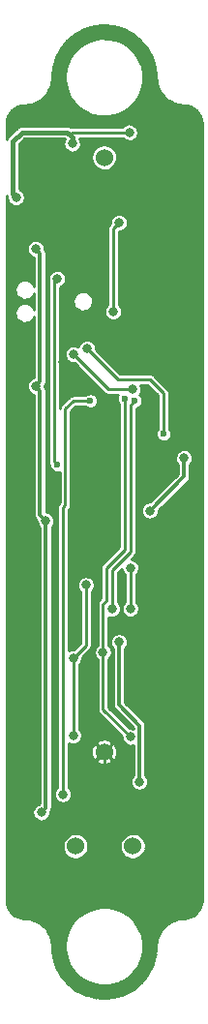
<source format=gbl>
G04 #@! TF.GenerationSoftware,KiCad,Pcbnew,no-vcs-found-835c19f~60~ubuntu16.04.1*
G04 #@! TF.CreationDate,2017-10-18T23:24:13+01:00*
G04 #@! TF.ProjectId,altimeter,616C74696D657465722E6B696361645F,rev?*
G04 #@! TF.SameCoordinates,Original*
G04 #@! TF.FileFunction,Copper,L2,Bot,Signal*
G04 #@! TF.FilePolarity,Positive*
%FSLAX46Y46*%
G04 Gerber Fmt 4.6, Leading zero omitted, Abs format (unit mm)*
G04 Created by KiCad (PCBNEW no-vcs-found-835c19f~60~ubuntu16.04.1) date Wed Oct 18 23:24:13 2017*
%MOMM*%
%LPD*%
G01*
G04 APERTURE LIST*
%ADD10C,1.524000*%
%ADD11C,0.600000*%
%ADD12C,0.800000*%
%ADD13C,0.300000*%
%ADD14C,0.250000*%
%ADD15C,0.400000*%
G04 APERTURE END LIST*
D10*
X100000000Y-74000000D03*
X100000000Y-126000000D03*
D11*
X98300000Y-97500000D03*
X98300000Y-100000000D03*
X98300000Y-102500000D03*
X100800000Y-97500000D03*
X100800000Y-100000000D03*
X100800000Y-102500000D03*
X103300000Y-97500000D03*
X103300000Y-100000000D03*
X103300000Y-102500000D03*
D10*
X97500000Y-134250000D03*
X102500000Y-134250000D03*
D12*
X92300000Y-89500000D03*
X92300000Y-91900000D03*
X100000000Y-128500000D03*
X107800000Y-132100000D03*
X92300000Y-111200000D03*
X107300000Y-81900000D03*
X108000000Y-90000000D03*
X103500000Y-86000000D03*
X98800000Y-78800000D03*
X105200000Y-78600000D03*
X105300000Y-74800000D03*
X95500000Y-80600000D03*
X97200000Y-80100000D03*
X93200000Y-83600000D03*
X106600000Y-112400000D03*
X103750000Y-136050000D03*
X106565000Y-122835000D03*
X108100000Y-97200000D03*
X108100000Y-98800000D03*
X107300000Y-96000000D03*
X103200000Y-108100000D03*
X92350000Y-95050000D03*
X93500000Y-103200000D03*
X93000000Y-104400000D03*
X92400000Y-103100000D03*
X96400000Y-91900000D03*
X97200000Y-93100000D03*
X104100000Y-89500000D03*
X104100000Y-90300000D03*
X103500000Y-84700000D03*
D11*
X92225000Y-100725000D03*
X93375000Y-99275000D03*
D12*
X97300000Y-114600000D03*
X93100000Y-73700000D03*
D11*
X94200000Y-76000000D03*
D12*
X107000000Y-100300000D03*
X104000000Y-104900000D03*
X103100000Y-128600000D03*
X94500000Y-131300000D03*
X94900000Y-105800000D03*
X94000000Y-94000000D03*
X94000000Y-82000000D03*
X101300000Y-116400000D03*
X102200000Y-71800000D03*
X92300000Y-77500000D03*
X97200000Y-72800000D03*
D11*
X95900000Y-100900000D03*
D12*
X95900000Y-84600000D03*
X97300000Y-117800000D03*
X97300000Y-124600000D03*
X98400000Y-111400000D03*
X102300000Y-113500000D03*
X102300000Y-109900000D03*
D11*
X105200000Y-98200000D03*
D12*
X98500000Y-90700000D03*
X102500000Y-94300000D03*
X97300000Y-91200000D03*
X100700000Y-113500000D03*
D11*
X102700000Y-95300000D03*
D12*
X102300000Y-124700000D03*
X99900000Y-117300000D03*
D11*
X101800000Y-95100000D03*
D12*
X101300000Y-79700000D03*
X100800000Y-87500000D03*
X96400000Y-129700000D03*
D11*
X98800000Y-95300000D03*
D13*
X92300000Y-91900000D02*
X92300000Y-89500000D01*
X92350000Y-95050000D02*
X92350000Y-91950000D01*
X92350000Y-91950000D02*
X92300000Y-91900000D01*
D14*
X100000000Y-126000000D02*
X100000000Y-128500000D01*
D13*
X94000000Y-82000000D02*
X94400000Y-82400000D01*
X94400000Y-82400000D02*
X94400000Y-93600000D01*
X94400000Y-93600000D02*
X94000000Y-94000000D01*
X94400000Y-95200000D02*
X94400000Y-95000000D01*
X94400000Y-94400000D02*
X94400000Y-95000000D01*
X94000000Y-94000000D02*
X94400000Y-94400000D01*
X107000000Y-101900000D02*
X107000000Y-100300000D01*
X104000000Y-104900000D02*
X107000000Y-101900000D01*
X101300000Y-121900000D02*
X101300000Y-116400000D01*
X103100000Y-123700000D02*
X101300000Y-121900000D01*
X103100000Y-128600000D02*
X103100000Y-123700000D01*
X94900000Y-130900000D02*
X94500000Y-131300000D01*
X94900000Y-105800000D02*
X94900000Y-130900000D01*
X94400000Y-105300000D02*
X94900000Y-105800000D01*
X94400000Y-95200000D02*
X94400000Y-105300000D01*
D15*
X97200000Y-72234315D02*
X97000000Y-72034315D01*
X97000000Y-72034315D02*
X96765685Y-71800000D01*
D14*
X102200000Y-71800000D02*
X97234315Y-71800000D01*
X97234315Y-71800000D02*
X97000000Y-72034315D01*
D15*
X92000000Y-77200000D02*
X92300000Y-77500000D01*
X92000000Y-72600000D02*
X92000000Y-77200000D01*
X92800000Y-71800000D02*
X92000000Y-72600000D01*
X96765685Y-71800000D02*
X92800000Y-71800000D01*
X97200000Y-72800000D02*
X97200000Y-72234315D01*
D14*
X95600000Y-85100000D02*
X95600000Y-100600000D01*
X95900000Y-84600000D02*
X95600000Y-84900000D01*
X95600000Y-84900000D02*
X95600000Y-85100000D01*
X95600000Y-100600000D02*
X95900000Y-100900000D01*
X98400000Y-116700000D02*
X98400000Y-114700000D01*
X97300000Y-117800000D02*
X98400000Y-116700000D01*
X97300000Y-118400000D02*
X97300000Y-117800000D01*
X97300000Y-124600000D02*
X97300000Y-118400000D01*
X98400000Y-114700000D02*
X98400000Y-111400000D01*
X102300000Y-112800000D02*
X102300000Y-113500000D01*
X102300000Y-109900000D02*
X102300000Y-112800000D01*
X105200000Y-98200000D02*
X105200000Y-94600000D01*
X105200000Y-94600000D02*
X104000000Y-93400000D01*
X101200000Y-93400000D02*
X104000000Y-93400000D01*
X98500000Y-90700000D02*
X101200000Y-93400000D01*
X100400000Y-94300000D02*
X102500000Y-94300000D01*
X97300000Y-91200000D02*
X100400000Y-94300000D01*
X102700000Y-95300000D02*
X102300000Y-95700000D01*
X102300000Y-95700000D02*
X102300000Y-108500000D01*
X102300000Y-108500000D02*
X100700000Y-110100000D01*
X100700000Y-110100000D02*
X100700000Y-113500000D01*
X99900000Y-117300000D02*
X99900000Y-122300000D01*
X102300000Y-124700000D02*
X99900000Y-122300000D01*
X99900000Y-114000000D02*
X99900000Y-117300000D01*
X99900000Y-113100000D02*
X99900000Y-114000000D01*
X100200000Y-112800000D02*
X99900000Y-113100000D01*
X100200000Y-109900000D02*
X100200000Y-112800000D01*
X101800000Y-108300000D02*
X100200000Y-109900000D01*
X101800000Y-104600000D02*
X101800000Y-108300000D01*
X101800000Y-95100000D02*
X101800000Y-104600000D01*
X100800000Y-80200000D02*
X101300000Y-79700000D01*
X100800000Y-87500000D02*
X100800000Y-80200000D01*
X96400000Y-129700000D02*
X96400000Y-104600000D01*
X96400000Y-104600000D02*
X96600000Y-104400000D01*
X96600000Y-96000000D02*
X96600000Y-104400000D01*
X97300000Y-95300000D02*
X96600000Y-96000000D01*
X98800000Y-95300000D02*
X97300000Y-95300000D01*
X99968251Y-62452269D02*
X99968251Y-62452269D01*
X101385812Y-62689769D02*
X98618004Y-62689769D01*
X101979010Y-62927269D02*
X98016153Y-62927269D01*
X102433307Y-63164769D02*
X97576907Y-63164769D01*
X102748608Y-63402269D02*
X97248240Y-63402269D01*
X99335929Y-63639769D02*
X96961152Y-63639769D01*
X103043998Y-63639769D02*
X100664159Y-63639769D01*
X98585715Y-63877269D02*
X96706241Y-63877269D01*
X103288169Y-63877269D02*
X101410050Y-63877269D01*
X98153842Y-64114769D02*
X96512541Y-64114769D01*
X103487455Y-64114769D02*
X101847631Y-64114769D01*
X97808353Y-64352269D02*
X96318841Y-64352269D01*
X103686741Y-64352269D02*
X102197759Y-64352269D01*
X97565826Y-64589769D02*
X96155375Y-64589769D01*
X103839977Y-64589769D02*
X102433606Y-64589769D01*
X97336578Y-64827269D02*
X96029094Y-64827269D01*
X103970544Y-64827269D02*
X102668651Y-64827269D01*
X97173959Y-65064769D02*
X95902813Y-65064769D01*
X104101112Y-65064769D02*
X102826446Y-65064769D01*
X97011339Y-65302269D02*
X95784648Y-65302269D01*
X104209854Y-65302269D02*
X102984240Y-65302269D01*
X96899368Y-65539769D02*
X95712942Y-65539769D01*
X104285194Y-65539769D02*
X103102816Y-65539769D01*
X96797576Y-65777269D02*
X95641236Y-65777269D01*
X104360533Y-65777269D02*
X103200707Y-65777269D01*
X96707751Y-66014769D02*
X95569531Y-66014769D01*
X104435872Y-66014769D02*
X103296564Y-66014769D01*
X96657269Y-66252269D02*
X95525472Y-66252269D01*
X104470649Y-66252269D02*
X103343591Y-66252269D01*
X96606787Y-66489769D02*
X95502185Y-66489769D01*
X104497289Y-66489769D02*
X103390617Y-66489769D01*
X96578328Y-66727269D02*
X95478899Y-66727269D01*
X104523929Y-66727269D02*
X103424265Y-66727269D01*
X96575012Y-66964769D02*
X95455612Y-66964769D01*
X104549743Y-66964769D02*
X103420949Y-66964769D01*
X96571695Y-67202269D02*
X95432324Y-67202269D01*
X104567361Y-67202269D02*
X103417632Y-67202269D01*
X96598356Y-67439769D02*
X95408862Y-67439769D01*
X104592324Y-67439769D02*
X103412519Y-67439769D01*
X96641945Y-67677269D02*
X95344779Y-67677269D01*
X104654945Y-67677269D02*
X103358561Y-67677269D01*
X96685535Y-67914769D02*
X95270929Y-67914769D01*
X104729202Y-67914769D02*
X103304602Y-67914769D01*
X96772377Y-68152269D02*
X95151313Y-68152269D01*
X104848677Y-68152269D02*
X103236266Y-68152269D01*
X96866410Y-68389769D02*
X95015515Y-68389769D01*
X104984293Y-68389769D02*
X103130524Y-68389769D01*
X96973896Y-68627269D02*
X94822030Y-68627269D01*
X105178883Y-68627269D02*
X103024782Y-68627269D01*
X97126955Y-68864769D02*
X94574501Y-68864769D01*
X105425133Y-68864769D02*
X102876152Y-68864769D01*
X97280013Y-69102269D02*
X94242991Y-69102269D01*
X105755492Y-69102269D02*
X102708614Y-69102269D01*
X97497974Y-69339769D02*
X93694345Y-69339769D01*
X106306136Y-69339769D02*
X102509719Y-69339769D01*
X97727325Y-69577269D02*
X92392480Y-69577269D01*
X107605484Y-69577269D02*
X102260320Y-69577269D01*
X98048405Y-69814769D02*
X92016010Y-69814769D01*
X107984077Y-69814769D02*
X101956898Y-69814769D01*
X98430966Y-70052269D02*
X91785125Y-70052269D01*
X108215226Y-70052269D02*
X101582658Y-70052269D01*
X99012178Y-70289769D02*
X91632963Y-70289769D01*
X108367195Y-70289769D02*
X100990022Y-70289769D01*
X108466236Y-70527269D02*
X91533592Y-70527269D01*
X108524215Y-70764769D02*
X91475222Y-70764769D01*
X108549178Y-71002269D02*
X91451935Y-71002269D01*
X92675670Y-71239769D02*
X91450000Y-71239769D01*
X101664366Y-71239769D02*
X96892182Y-71239769D01*
X108550000Y-71239769D02*
X102735924Y-71239769D01*
X92309559Y-71477269D02*
X91450000Y-71477269D01*
X108550000Y-71477269D02*
X102905266Y-71477269D01*
X92072059Y-71714769D02*
X91450000Y-71714769D01*
X108550000Y-71714769D02*
X102973204Y-71714769D01*
X91834559Y-71952269D02*
X91450000Y-71952269D01*
X108550000Y-71952269D02*
X102960189Y-71952269D01*
X91597059Y-72189769D02*
X91450000Y-72189769D01*
X108550000Y-72189769D02*
X102873512Y-72189769D01*
X91454406Y-72427269D02*
X91450000Y-72427269D01*
X96516533Y-72427269D02*
X92985903Y-72427269D01*
X101744514Y-72427269D02*
X97882858Y-72427269D01*
X108550000Y-72427269D02*
X102658006Y-72427269D01*
X96436397Y-72664769D02*
X92748403Y-72664769D01*
X108550000Y-72664769D02*
X97963304Y-72664769D01*
X96430790Y-72902269D02*
X92575000Y-72902269D01*
X99686411Y-72902269D02*
X97971548Y-72902269D01*
X108550000Y-72902269D02*
X100307035Y-72902269D01*
X96500954Y-73139769D02*
X92575000Y-73139769D01*
X99253304Y-73139769D02*
X97897104Y-73139769D01*
X108550000Y-73139769D02*
X100748200Y-73139769D01*
X96680039Y-73377269D02*
X92575000Y-73377269D01*
X99048343Y-73377269D02*
X97717663Y-73377269D01*
X108550000Y-73377269D02*
X100951392Y-73377269D01*
X98928026Y-73614769D02*
X92575000Y-73614769D01*
X108550000Y-73614769D02*
X101071064Y-73614769D01*
X98868951Y-73852269D02*
X92575000Y-73852269D01*
X108550000Y-73852269D02*
X101129872Y-73852269D01*
X98861588Y-74089769D02*
X92575000Y-74089769D01*
X108550000Y-74089769D02*
X101134237Y-74089769D01*
X98906648Y-74327269D02*
X92575000Y-74327269D01*
X108550000Y-74327269D02*
X101091671Y-74327269D01*
X99011252Y-74564769D02*
X92575000Y-74564769D01*
X108550000Y-74564769D02*
X100993088Y-74564769D01*
X99194058Y-74802269D02*
X92575000Y-74802269D01*
X108550000Y-74802269D02*
X100806340Y-74802269D01*
X99539795Y-75039769D02*
X92575000Y-75039769D01*
X108550000Y-75039769D02*
X100463593Y-75039769D01*
X108550000Y-75277269D02*
X92575000Y-75277269D01*
X108550000Y-75514769D02*
X92575000Y-75514769D01*
X108550000Y-75752269D02*
X92575000Y-75752269D01*
X108550000Y-75989769D02*
X92575000Y-75989769D01*
X108550000Y-76227269D02*
X92575000Y-76227269D01*
X108550000Y-76464769D02*
X92575000Y-76464769D01*
X108550000Y-76702269D02*
X92575000Y-76702269D01*
X108550000Y-76939769D02*
X92835924Y-76939769D01*
X108550000Y-77177269D02*
X93005266Y-77177269D01*
X91466759Y-77414769D02*
X91450000Y-77414769D01*
X108550000Y-77414769D02*
X93073204Y-77414769D01*
X91539967Y-77652269D02*
X91450000Y-77652269D01*
X108550000Y-77652269D02*
X93060189Y-77652269D01*
X91629152Y-77889769D02*
X91450000Y-77889769D01*
X108550000Y-77889769D02*
X92973512Y-77889769D01*
X91844514Y-78127269D02*
X91450000Y-78127269D01*
X108550000Y-78127269D02*
X92758006Y-78127269D01*
X108550000Y-78364769D02*
X91450000Y-78364769D01*
X108550000Y-78602269D02*
X91450000Y-78602269D01*
X108550000Y-78839769D02*
X91450000Y-78839769D01*
X100836211Y-79077269D02*
X91450000Y-79077269D01*
X108550000Y-79077269D02*
X101762749Y-79077269D01*
X100624468Y-79314769D02*
X91450000Y-79314769D01*
X108550000Y-79314769D02*
X101974553Y-79314769D01*
X100539054Y-79552269D02*
X91450000Y-79552269D01*
X108550000Y-79552269D02*
X102060829Y-79552269D01*
X100503125Y-79789769D02*
X91450000Y-79789769D01*
X108550000Y-79789769D02*
X102072718Y-79789769D01*
X100332459Y-80027269D02*
X91450000Y-80027269D01*
X108550000Y-80027269D02*
X102002669Y-80027269D01*
X100300000Y-80264769D02*
X91450000Y-80264769D01*
X108550000Y-80264769D02*
X101830790Y-80264769D01*
X100300000Y-80502269D02*
X91450000Y-80502269D01*
X108550000Y-80502269D02*
X101300000Y-80502269D01*
X100300000Y-80739769D02*
X91450000Y-80739769D01*
X108550000Y-80739769D02*
X101300000Y-80739769D01*
X100300000Y-80977269D02*
X91450000Y-80977269D01*
X108550000Y-80977269D02*
X101300000Y-80977269D01*
X100300000Y-81214769D02*
X91450000Y-81214769D01*
X108550000Y-81214769D02*
X101300000Y-81214769D01*
X93451602Y-81452269D02*
X91450000Y-81452269D01*
X100300000Y-81452269D02*
X94548337Y-81452269D01*
X108550000Y-81452269D02*
X101300000Y-81452269D01*
X93289745Y-81689769D02*
X91450000Y-81689769D01*
X100300000Y-81689769D02*
X94710418Y-81689769D01*
X108550000Y-81689769D02*
X101300000Y-81689769D01*
X93225907Y-81927269D02*
X91450000Y-81927269D01*
X100300000Y-81927269D02*
X94774987Y-81927269D01*
X108550000Y-81927269D02*
X101300000Y-81927269D01*
X93242261Y-82164769D02*
X91450000Y-82164769D01*
X100300000Y-82164769D02*
X94866688Y-82164769D01*
X108550000Y-82164769D02*
X101300000Y-82164769D01*
X93337207Y-82402269D02*
X91450000Y-82402269D01*
X100300000Y-82402269D02*
X94925000Y-82402269D01*
X108550000Y-82402269D02*
X101300000Y-82402269D01*
X93562499Y-82639769D02*
X91450000Y-82639769D01*
X100300000Y-82639769D02*
X94925000Y-82639769D01*
X108550000Y-82639769D02*
X101300000Y-82639769D01*
X93875000Y-82877269D02*
X91450000Y-82877269D01*
X100300000Y-82877269D02*
X94925000Y-82877269D01*
X108550000Y-82877269D02*
X101300000Y-82877269D01*
X93875000Y-83114769D02*
X91450000Y-83114769D01*
X100300000Y-83114769D02*
X94925000Y-83114769D01*
X108550000Y-83114769D02*
X101300000Y-83114769D01*
X93875000Y-83352269D02*
X91450000Y-83352269D01*
X100300000Y-83352269D02*
X94925000Y-83352269D01*
X108550000Y-83352269D02*
X101300000Y-83352269D01*
X93875000Y-83589769D02*
X91450000Y-83589769D01*
X100300000Y-83589769D02*
X94925000Y-83589769D01*
X108550000Y-83589769D02*
X101300000Y-83589769D01*
X93875000Y-83827269D02*
X91450000Y-83827269D01*
X95814669Y-83827269D02*
X94925000Y-83827269D01*
X100300000Y-83827269D02*
X95989942Y-83827269D01*
X108550000Y-83827269D02*
X101300000Y-83827269D01*
X93875000Y-84064769D02*
X91450000Y-84064769D01*
X95338837Y-84064769D02*
X94925000Y-84064769D01*
X100300000Y-84064769D02*
X96460750Y-84064769D01*
X108550000Y-84064769D02*
X101300000Y-84064769D01*
X93875000Y-84302269D02*
X91450000Y-84302269D01*
X95184388Y-84302269D02*
X94925000Y-84302269D01*
X100300000Y-84302269D02*
X96615570Y-84302269D01*
X108550000Y-84302269D02*
X101300000Y-84302269D01*
X93875000Y-84539769D02*
X91450000Y-84539769D01*
X95125732Y-84539769D02*
X94925000Y-84539769D01*
X100300000Y-84539769D02*
X96674812Y-84539769D01*
X108550000Y-84539769D02*
X101300000Y-84539769D01*
X92708471Y-84777269D02*
X91450000Y-84777269D01*
X93875000Y-84777269D02*
X93410829Y-84777269D01*
X95116882Y-84777269D02*
X94925000Y-84777269D01*
X100300000Y-84777269D02*
X96654509Y-84777269D01*
X108550000Y-84777269D02*
X101300000Y-84777269D01*
X92385832Y-85014769D02*
X91450000Y-85014769D01*
X93875000Y-85014769D02*
X93732889Y-85014769D01*
X95100000Y-85014769D02*
X94925000Y-85014769D01*
X100300000Y-85014769D02*
X96555877Y-85014769D01*
X108550000Y-85014769D02*
X101300000Y-85014769D01*
X92248014Y-85252269D02*
X91450000Y-85252269D01*
X93875000Y-85252269D02*
X93871783Y-85252269D01*
X95100000Y-85252269D02*
X94925000Y-85252269D01*
X100300000Y-85252269D02*
X96318613Y-85252269D01*
X108550000Y-85252269D02*
X101300000Y-85252269D01*
X92186123Y-85489769D02*
X91450000Y-85489769D01*
X95100000Y-85489769D02*
X94925000Y-85489769D01*
X100300000Y-85489769D02*
X96100000Y-85489769D01*
X108550000Y-85489769D02*
X101300000Y-85489769D01*
X92197559Y-85727269D02*
X91450000Y-85727269D01*
X95100000Y-85727269D02*
X94925000Y-85727269D01*
X98018984Y-85727269D02*
X96100000Y-85727269D01*
X100300000Y-85727269D02*
X98264477Y-85727269D01*
X108550000Y-85727269D02*
X101300000Y-85727269D01*
X92271609Y-85964769D02*
X91450000Y-85964769D01*
X93875000Y-85964769D02*
X93846092Y-85964769D01*
X95100000Y-85964769D02*
X94925000Y-85964769D01*
X97532916Y-85964769D02*
X96100000Y-85964769D01*
X100300000Y-85964769D02*
X98747347Y-85964769D01*
X108550000Y-85964769D02*
X101300000Y-85964769D01*
X92445438Y-86202269D02*
X91450000Y-86202269D01*
X93875000Y-86202269D02*
X93674374Y-86202269D01*
X95100000Y-86202269D02*
X94925000Y-86202269D01*
X97356302Y-86202269D02*
X96100000Y-86202269D01*
X100300000Y-86202269D02*
X98924580Y-86202269D01*
X108550000Y-86202269D02*
X101300000Y-86202269D01*
X92900042Y-86439769D02*
X91450000Y-86439769D01*
X93875000Y-86439769D02*
X93217477Y-86439769D01*
X95100000Y-86439769D02*
X94925000Y-86439769D01*
X97278409Y-86439769D02*
X96100000Y-86439769D01*
X100300000Y-86439769D02*
X99001290Y-86439769D01*
X108550000Y-86439769D02*
X101300000Y-86439769D01*
X93875000Y-86677269D02*
X91450000Y-86677269D01*
X95100000Y-86677269D02*
X94925000Y-86677269D01*
X97265446Y-86677269D02*
X96100000Y-86677269D01*
X100300000Y-86677269D02*
X99012691Y-86677269D01*
X108550000Y-86677269D02*
X101300000Y-86677269D01*
X92525896Y-86914769D02*
X91450000Y-86914769D01*
X93875000Y-86914769D02*
X93592618Y-86914769D01*
X95100000Y-86914769D02*
X94925000Y-86914769D01*
X97325478Y-86914769D02*
X96100000Y-86914769D01*
X100289896Y-86914769D02*
X98955477Y-86914769D01*
X108550000Y-86914769D02*
X101311098Y-86914769D01*
X92313594Y-87152269D02*
X91450000Y-87152269D01*
X93875000Y-87152269D02*
X93805786Y-87152269D01*
X95100000Y-87152269D02*
X94925000Y-87152269D01*
X97461702Y-87152269D02*
X96100000Y-87152269D01*
X100105818Y-87152269D02*
X98817738Y-87152269D01*
X108550000Y-87152269D02*
X101494961Y-87152269D01*
X92212438Y-87389769D02*
X91450000Y-87389769D01*
X95100000Y-87389769D02*
X94925000Y-87389769D01*
X97773466Y-87389769D02*
X96100000Y-87389769D01*
X100031083Y-87389769D02*
X98510704Y-87389769D01*
X108550000Y-87389769D02*
X101568254Y-87389769D01*
X92184650Y-87627269D02*
X91450000Y-87627269D01*
X95100000Y-87627269D02*
X94925000Y-87627269D01*
X100035379Y-87627269D02*
X96100000Y-87627269D01*
X108550000Y-87627269D02*
X101565869Y-87627269D01*
X92219347Y-87864769D02*
X91450000Y-87864769D01*
X95100000Y-87864769D02*
X94925000Y-87864769D01*
X100113040Y-87864769D02*
X96100000Y-87864769D01*
X108550000Y-87864769D02*
X101485973Y-87864769D01*
X92335591Y-88102269D02*
X91450000Y-88102269D01*
X93875000Y-88102269D02*
X93784295Y-88102269D01*
X95100000Y-88102269D02*
X94925000Y-88102269D01*
X100308544Y-88102269D02*
X96100000Y-88102269D01*
X108550000Y-88102269D02*
X101291410Y-88102269D01*
X92575326Y-88339769D02*
X91450000Y-88339769D01*
X93875000Y-88339769D02*
X93544705Y-88339769D01*
X95100000Y-88339769D02*
X94925000Y-88339769D01*
X108550000Y-88339769D02*
X96100000Y-88339769D01*
X93875000Y-88577269D02*
X91450000Y-88577269D01*
X95100000Y-88577269D02*
X94925000Y-88577269D01*
X108550000Y-88577269D02*
X96100000Y-88577269D01*
X93875000Y-88814769D02*
X91450000Y-88814769D01*
X95100000Y-88814769D02*
X94925000Y-88814769D01*
X108550000Y-88814769D02*
X96100000Y-88814769D01*
X93875000Y-89052269D02*
X91450000Y-89052269D01*
X95100000Y-89052269D02*
X94925000Y-89052269D01*
X108550000Y-89052269D02*
X96100000Y-89052269D01*
X93875000Y-89289769D02*
X91450000Y-89289769D01*
X95100000Y-89289769D02*
X94925000Y-89289769D01*
X108550000Y-89289769D02*
X96100000Y-89289769D01*
X93875000Y-89527269D02*
X91450000Y-89527269D01*
X95100000Y-89527269D02*
X94925000Y-89527269D01*
X108550000Y-89527269D02*
X96100000Y-89527269D01*
X93875000Y-89764769D02*
X91450000Y-89764769D01*
X95100000Y-89764769D02*
X94925000Y-89764769D01*
X108550000Y-89764769D02*
X96100000Y-89764769D01*
X93875000Y-90002269D02*
X91450000Y-90002269D01*
X95100000Y-90002269D02*
X94925000Y-90002269D01*
X98158019Y-90002269D02*
X96100000Y-90002269D01*
X108550000Y-90002269D02*
X98840169Y-90002269D01*
X93875000Y-90239769D02*
X91450000Y-90239769D01*
X95100000Y-90239769D02*
X94925000Y-90239769D01*
X97875822Y-90239769D02*
X96100000Y-90239769D01*
X108550000Y-90239769D02*
X99124724Y-90239769D01*
X93875000Y-90477269D02*
X91450000Y-90477269D01*
X95100000Y-90477269D02*
X94925000Y-90477269D01*
X97019896Y-90477269D02*
X96100000Y-90477269D01*
X97754996Y-90477269D02*
X97580697Y-90477269D01*
X108550000Y-90477269D02*
X99245979Y-90477269D01*
X93875000Y-90714769D02*
X91450000Y-90714769D01*
X95100000Y-90714769D02*
X94925000Y-90714769D01*
X96692940Y-90714769D02*
X96100000Y-90714769D01*
X108550000Y-90714769D02*
X99273765Y-90714769D01*
X93875000Y-90952269D02*
X91450000Y-90952269D01*
X95100000Y-90952269D02*
X94925000Y-90952269D01*
X96562958Y-90952269D02*
X96100000Y-90952269D01*
X108550000Y-90952269D02*
X99459376Y-90952269D01*
X93875000Y-91189769D02*
X91450000Y-91189769D01*
X95100000Y-91189769D02*
X94925000Y-91189769D01*
X96525034Y-91189769D02*
X96100000Y-91189769D01*
X108550000Y-91189769D02*
X99696876Y-91189769D01*
X93875000Y-91427269D02*
X91450000Y-91427269D01*
X95100000Y-91427269D02*
X94925000Y-91427269D01*
X96556412Y-91427269D02*
X96100000Y-91427269D01*
X108550000Y-91427269D02*
X99934376Y-91427269D01*
X93875000Y-91664769D02*
X91450000Y-91664769D01*
X95100000Y-91664769D02*
X94925000Y-91664769D01*
X96677486Y-91664769D02*
X96100000Y-91664769D01*
X108550000Y-91664769D02*
X100171876Y-91664769D01*
X93875000Y-91902269D02*
X91450000Y-91902269D01*
X95100000Y-91902269D02*
X94925000Y-91902269D01*
X96971536Y-91902269D02*
X96100000Y-91902269D01*
X108550000Y-91902269D02*
X100409376Y-91902269D01*
X93875000Y-92139769D02*
X91450000Y-92139769D01*
X95100000Y-92139769D02*
X94925000Y-92139769D01*
X97532663Y-92139769D02*
X96100000Y-92139769D01*
X108550000Y-92139769D02*
X100646876Y-92139769D01*
X93875000Y-92377269D02*
X91450000Y-92377269D01*
X95100000Y-92377269D02*
X94925000Y-92377269D01*
X97770163Y-92377269D02*
X96100000Y-92377269D01*
X108550000Y-92377269D02*
X100884376Y-92377269D01*
X93875000Y-92614769D02*
X91450000Y-92614769D01*
X95100000Y-92614769D02*
X94925000Y-92614769D01*
X98007663Y-92614769D02*
X96100000Y-92614769D01*
X108550000Y-92614769D02*
X101121876Y-92614769D01*
X93875000Y-92852269D02*
X91450000Y-92852269D01*
X95100000Y-92852269D02*
X94925000Y-92852269D01*
X98245163Y-92852269D02*
X96100000Y-92852269D01*
X108550000Y-92852269D02*
X101359376Y-92852269D01*
X93875000Y-93089769D02*
X91450000Y-93089769D01*
X95100000Y-93089769D02*
X94925000Y-93089769D01*
X98482663Y-93089769D02*
X96100000Y-93089769D01*
X108550000Y-93089769D02*
X104396876Y-93089769D01*
X93612619Y-93327269D02*
X91450000Y-93327269D01*
X95100000Y-93327269D02*
X94925000Y-93327269D01*
X98720163Y-93327269D02*
X96100000Y-93327269D01*
X108550000Y-93327269D02*
X104634376Y-93327269D01*
X93358704Y-93564769D02*
X91450000Y-93564769D01*
X95100000Y-93564769D02*
X94925000Y-93564769D01*
X98957663Y-93564769D02*
X96100000Y-93564769D01*
X108550000Y-93564769D02*
X104871876Y-93564769D01*
X93249682Y-93802269D02*
X91450000Y-93802269D01*
X95100000Y-93802269D02*
X94884409Y-93802269D01*
X99195163Y-93802269D02*
X96100000Y-93802269D01*
X108550000Y-93802269D02*
X105109376Y-93802269D01*
X93224336Y-94039769D02*
X91450000Y-94039769D01*
X95100000Y-94039769D02*
X94780993Y-94039769D01*
X99432663Y-94039769D02*
X96100000Y-94039769D01*
X103932662Y-94039769D02*
X103231027Y-94039769D01*
X108550000Y-94039769D02*
X105346876Y-94039769D01*
X93276208Y-94277269D02*
X91450000Y-94277269D01*
X95100000Y-94277269D02*
X94908734Y-94277269D01*
X99670163Y-94277269D02*
X96100000Y-94277269D01*
X104170162Y-94277269D02*
X103274289Y-94277269D01*
X108550000Y-94277269D02*
X105579093Y-94277269D01*
X93419683Y-94514769D02*
X91450000Y-94514769D01*
X95100000Y-94514769D02*
X94925000Y-94514769D01*
X99907663Y-94514769D02*
X96100000Y-94514769D01*
X104407662Y-94514769D02*
X103245989Y-94514769D01*
X108550000Y-94514769D02*
X105692059Y-94514769D01*
X93812266Y-94752269D02*
X91450000Y-94752269D01*
X95100000Y-94752269D02*
X94925000Y-94752269D01*
X98404234Y-94752269D02*
X96100000Y-94752269D01*
X100189751Y-94752269D02*
X99195105Y-94752269D01*
X104645162Y-94752269D02*
X103129424Y-94752269D01*
X108550000Y-94752269D02*
X105700000Y-94752269D01*
X93875000Y-94989769D02*
X91450000Y-94989769D01*
X95100000Y-94989769D02*
X94925000Y-94989769D01*
X96903125Y-94989769D02*
X96100000Y-94989769D01*
X101133321Y-94989769D02*
X99402252Y-94989769D01*
X104700000Y-94989769D02*
X103302252Y-94989769D01*
X108550000Y-94989769D02*
X105700000Y-94989769D01*
X93875000Y-95227269D02*
X91450000Y-95227269D01*
X95100000Y-95227269D02*
X94925000Y-95227269D01*
X96665625Y-95227269D02*
X96100000Y-95227269D01*
X101137054Y-95227269D02*
X99473734Y-95227269D01*
X104700000Y-95227269D02*
X103373734Y-95227269D01*
X108550000Y-95227269D02*
X105700000Y-95227269D01*
X93875000Y-95464769D02*
X91450000Y-95464769D01*
X95100000Y-95464769D02*
X94925000Y-95464769D01*
X96428125Y-95464769D02*
X96100000Y-95464769D01*
X101232013Y-95464769D02*
X99454796Y-95464769D01*
X104700000Y-95464769D02*
X103354796Y-95464769D01*
X108550000Y-95464769D02*
X105700000Y-95464769D01*
X93875000Y-95702269D02*
X91450000Y-95702269D01*
X95100000Y-95702269D02*
X94925000Y-95702269D01*
X96200238Y-95702269D02*
X96100000Y-95702269D01*
X101300000Y-95702269D02*
X99342312Y-95702269D01*
X104700000Y-95702269D02*
X103242312Y-95702269D01*
X108550000Y-95702269D02*
X105700000Y-95702269D01*
X93875000Y-95939769D02*
X91450000Y-95939769D01*
X95100000Y-95939769D02*
X94925000Y-95939769D01*
X96105944Y-95939769D02*
X96100000Y-95939769D01*
X98578272Y-95939769D02*
X97367337Y-95939769D01*
X101300000Y-95939769D02*
X99017233Y-95939769D01*
X104700000Y-95939769D02*
X102917233Y-95939769D01*
X108550000Y-95939769D02*
X105700000Y-95939769D01*
X93875000Y-96177269D02*
X91450000Y-96177269D01*
X95100000Y-96177269D02*
X94925000Y-96177269D01*
X101300000Y-96177269D02*
X97129837Y-96177269D01*
X104700000Y-96177269D02*
X102800000Y-96177269D01*
X108550000Y-96177269D02*
X105700000Y-96177269D01*
X93875000Y-96414769D02*
X91450000Y-96414769D01*
X95100000Y-96414769D02*
X94925000Y-96414769D01*
X101300000Y-96414769D02*
X97100000Y-96414769D01*
X104700000Y-96414769D02*
X102800000Y-96414769D01*
X108550000Y-96414769D02*
X105700000Y-96414769D01*
X93875000Y-96652269D02*
X91450000Y-96652269D01*
X95100000Y-96652269D02*
X94925000Y-96652269D01*
X101300000Y-96652269D02*
X97100000Y-96652269D01*
X104700000Y-96652269D02*
X102800000Y-96652269D01*
X108550000Y-96652269D02*
X105700000Y-96652269D01*
X93875000Y-96889769D02*
X91450000Y-96889769D01*
X95100000Y-96889769D02*
X94925000Y-96889769D01*
X101300000Y-96889769D02*
X97100000Y-96889769D01*
X104700000Y-96889769D02*
X102800000Y-96889769D01*
X108550000Y-96889769D02*
X105700000Y-96889769D01*
X93875000Y-97127269D02*
X91450000Y-97127269D01*
X95100000Y-97127269D02*
X94925000Y-97127269D01*
X101300000Y-97127269D02*
X97100000Y-97127269D01*
X104700000Y-97127269D02*
X102800000Y-97127269D01*
X108550000Y-97127269D02*
X105700000Y-97127269D01*
X93875000Y-97364769D02*
X91450000Y-97364769D01*
X95100000Y-97364769D02*
X94925000Y-97364769D01*
X101300000Y-97364769D02*
X97100000Y-97364769D01*
X104700000Y-97364769D02*
X102800000Y-97364769D01*
X108550000Y-97364769D02*
X105700000Y-97364769D01*
X93875000Y-97602269D02*
X91450000Y-97602269D01*
X95100000Y-97602269D02*
X94925000Y-97602269D01*
X101300000Y-97602269D02*
X97100000Y-97602269D01*
X104700000Y-97602269D02*
X102800000Y-97602269D01*
X108550000Y-97602269D02*
X105700000Y-97602269D01*
X93875000Y-97839769D02*
X91450000Y-97839769D01*
X95100000Y-97839769D02*
X94925000Y-97839769D01*
X101300000Y-97839769D02*
X97100000Y-97839769D01*
X104628552Y-97839769D02*
X102800000Y-97839769D01*
X108550000Y-97839769D02*
X105771099Y-97839769D01*
X93875000Y-98077269D02*
X91450000Y-98077269D01*
X95100000Y-98077269D02*
X94925000Y-98077269D01*
X101300000Y-98077269D02*
X97100000Y-98077269D01*
X104535978Y-98077269D02*
X102800000Y-98077269D01*
X108550000Y-98077269D02*
X105863833Y-98077269D01*
X93875000Y-98314769D02*
X91450000Y-98314769D01*
X95100000Y-98314769D02*
X94925000Y-98314769D01*
X101300000Y-98314769D02*
X97100000Y-98314769D01*
X104534760Y-98314769D02*
X102800000Y-98314769D01*
X108550000Y-98314769D02*
X105866156Y-98314769D01*
X93875000Y-98552269D02*
X91450000Y-98552269D01*
X95100000Y-98552269D02*
X94925000Y-98552269D01*
X101300000Y-98552269D02*
X97100000Y-98552269D01*
X104623957Y-98552269D02*
X102800000Y-98552269D01*
X108550000Y-98552269D02*
X105777583Y-98552269D01*
X93875000Y-98789769D02*
X91450000Y-98789769D01*
X95100000Y-98789769D02*
X94925000Y-98789769D01*
X101300000Y-98789769D02*
X97100000Y-98789769D01*
X104865785Y-98789769D02*
X102800000Y-98789769D01*
X108550000Y-98789769D02*
X105530462Y-98789769D01*
X93875000Y-99027269D02*
X91450000Y-99027269D01*
X95100000Y-99027269D02*
X94925000Y-99027269D01*
X101300000Y-99027269D02*
X97100000Y-99027269D01*
X108550000Y-99027269D02*
X102800000Y-99027269D01*
X93875000Y-99264769D02*
X91450000Y-99264769D01*
X95100000Y-99264769D02*
X94925000Y-99264769D01*
X101300000Y-99264769D02*
X97100000Y-99264769D01*
X108550000Y-99264769D02*
X102800000Y-99264769D01*
X93875000Y-99502269D02*
X91450000Y-99502269D01*
X95100000Y-99502269D02*
X94925000Y-99502269D01*
X101300000Y-99502269D02*
X97100000Y-99502269D01*
X108550000Y-99502269D02*
X102800000Y-99502269D01*
X93875000Y-99739769D02*
X91450000Y-99739769D01*
X95100000Y-99739769D02*
X94925000Y-99739769D01*
X101300000Y-99739769D02*
X97100000Y-99739769D01*
X106464366Y-99739769D02*
X102800000Y-99739769D01*
X108550000Y-99739769D02*
X107535924Y-99739769D01*
X93875000Y-99977269D02*
X91450000Y-99977269D01*
X95100000Y-99977269D02*
X94925000Y-99977269D01*
X101300000Y-99977269D02*
X97100000Y-99977269D01*
X106295103Y-99977269D02*
X102800000Y-99977269D01*
X108550000Y-99977269D02*
X107705266Y-99977269D01*
X93875000Y-100214769D02*
X91450000Y-100214769D01*
X95100000Y-100214769D02*
X94925000Y-100214769D01*
X101300000Y-100214769D02*
X97100000Y-100214769D01*
X106226082Y-100214769D02*
X102800000Y-100214769D01*
X108550000Y-100214769D02*
X107773204Y-100214769D01*
X93875000Y-100452269D02*
X91450000Y-100452269D01*
X95100000Y-100452269D02*
X94925000Y-100452269D01*
X101300000Y-100452269D02*
X97100000Y-100452269D01*
X106239967Y-100452269D02*
X102800000Y-100452269D01*
X108550000Y-100452269D02*
X107760189Y-100452269D01*
X93875000Y-100689769D02*
X91450000Y-100689769D01*
X95108338Y-100689769D02*
X94925000Y-100689769D01*
X101300000Y-100689769D02*
X97100000Y-100689769D01*
X106329152Y-100689769D02*
X102800000Y-100689769D01*
X108550000Y-100689769D02*
X107673512Y-100689769D01*
X93875000Y-100927269D02*
X91450000Y-100927269D01*
X95224525Y-100927269D02*
X94925000Y-100927269D01*
X101300000Y-100927269D02*
X97100000Y-100927269D01*
X106475000Y-100927269D02*
X102800000Y-100927269D01*
X108550000Y-100927269D02*
X107525000Y-100927269D01*
X93875000Y-101164769D02*
X91450000Y-101164769D01*
X95278817Y-101164769D02*
X94925000Y-101164769D01*
X101300000Y-101164769D02*
X97100000Y-101164769D01*
X106475000Y-101164769D02*
X102800000Y-101164769D01*
X108550000Y-101164769D02*
X107525000Y-101164769D01*
X93875000Y-101402269D02*
X91450000Y-101402269D01*
X95446634Y-101402269D02*
X94925000Y-101402269D01*
X101300000Y-101402269D02*
X97100000Y-101402269D01*
X106475000Y-101402269D02*
X102800000Y-101402269D01*
X108550000Y-101402269D02*
X107525000Y-101402269D01*
X93875000Y-101639769D02*
X91450000Y-101639769D01*
X96100000Y-101639769D02*
X94925000Y-101639769D01*
X101300000Y-101639769D02*
X97100000Y-101639769D01*
X106475000Y-101639769D02*
X102800000Y-101639769D01*
X108550000Y-101639769D02*
X107525000Y-101639769D01*
X93875000Y-101877269D02*
X91450000Y-101877269D01*
X96100000Y-101877269D02*
X94925000Y-101877269D01*
X101300000Y-101877269D02*
X97100000Y-101877269D01*
X106280269Y-101877269D02*
X102800000Y-101877269D01*
X108550000Y-101877269D02*
X107525000Y-101877269D01*
X93875000Y-102114769D02*
X91450000Y-102114769D01*
X96100000Y-102114769D02*
X94925000Y-102114769D01*
X101300000Y-102114769D02*
X97100000Y-102114769D01*
X106042769Y-102114769D02*
X102800000Y-102114769D01*
X108550000Y-102114769D02*
X107478175Y-102114769D01*
X93875000Y-102352269D02*
X91450000Y-102352269D01*
X96100000Y-102352269D02*
X94925000Y-102352269D01*
X101300000Y-102352269D02*
X97100000Y-102352269D01*
X105805269Y-102352269D02*
X102800000Y-102352269D01*
X108550000Y-102352269D02*
X107290193Y-102352269D01*
X93875000Y-102589769D02*
X91450000Y-102589769D01*
X96100000Y-102589769D02*
X94925000Y-102589769D01*
X101300000Y-102589769D02*
X97100000Y-102589769D01*
X105567769Y-102589769D02*
X102800000Y-102589769D01*
X108550000Y-102589769D02*
X107052693Y-102589769D01*
X93875000Y-102827269D02*
X91450000Y-102827269D01*
X96100000Y-102827269D02*
X94925000Y-102827269D01*
X101300000Y-102827269D02*
X97100000Y-102827269D01*
X105330269Y-102827269D02*
X102800000Y-102827269D01*
X108550000Y-102827269D02*
X106815193Y-102827269D01*
X93875000Y-103064769D02*
X91450000Y-103064769D01*
X96100000Y-103064769D02*
X94925000Y-103064769D01*
X101300000Y-103064769D02*
X97100000Y-103064769D01*
X105092769Y-103064769D02*
X102800000Y-103064769D01*
X108550000Y-103064769D02*
X106577693Y-103064769D01*
X93875000Y-103302269D02*
X91450000Y-103302269D01*
X96100000Y-103302269D02*
X94925000Y-103302269D01*
X101300000Y-103302269D02*
X97100000Y-103302269D01*
X104855269Y-103302269D02*
X102800000Y-103302269D01*
X108550000Y-103302269D02*
X106340193Y-103302269D01*
X93875000Y-103539769D02*
X91450000Y-103539769D01*
X96100000Y-103539769D02*
X94925000Y-103539769D01*
X101300000Y-103539769D02*
X97100000Y-103539769D01*
X104617769Y-103539769D02*
X102800000Y-103539769D01*
X108550000Y-103539769D02*
X106102693Y-103539769D01*
X93875000Y-103777269D02*
X91450000Y-103777269D01*
X96100000Y-103777269D02*
X94925000Y-103777269D01*
X101300000Y-103777269D02*
X97100000Y-103777269D01*
X104380269Y-103777269D02*
X102800000Y-103777269D01*
X108550000Y-103777269D02*
X105865193Y-103777269D01*
X93875000Y-104014769D02*
X91450000Y-104014769D01*
X96100000Y-104014769D02*
X94925000Y-104014769D01*
X101300000Y-104014769D02*
X97100000Y-104014769D01*
X104142769Y-104014769D02*
X102800000Y-104014769D01*
X108550000Y-104014769D02*
X105627693Y-104014769D01*
X93875000Y-104252269D02*
X91450000Y-104252269D01*
X96041665Y-104252269D02*
X94925000Y-104252269D01*
X101300000Y-104252269D02*
X97100000Y-104252269D01*
X103574415Y-104252269D02*
X102800000Y-104252269D01*
X108550000Y-104252269D02*
X105390193Y-104252269D01*
X93875000Y-104489769D02*
X91450000Y-104489769D01*
X95912917Y-104489769D02*
X94925000Y-104489769D01*
X101300000Y-104489769D02*
X97091056Y-104489769D01*
X103341586Y-104489769D02*
X102800000Y-104489769D01*
X108550000Y-104489769D02*
X105152693Y-104489769D01*
X93875000Y-104727269D02*
X91450000Y-104727269D01*
X95900000Y-104727269D02*
X94925000Y-104727269D01*
X101300000Y-104727269D02*
X96975144Y-104727269D01*
X103244368Y-104727269D02*
X102800000Y-104727269D01*
X108550000Y-104727269D02*
X104915193Y-104727269D01*
X93875000Y-104964769D02*
X91450000Y-104964769D01*
X95900000Y-104964769D02*
X94925000Y-104964769D01*
X101300000Y-104964769D02*
X96900000Y-104964769D01*
X103223987Y-104964769D02*
X102800000Y-104964769D01*
X108550000Y-104964769D02*
X104773067Y-104964769D01*
X93875000Y-105202269D02*
X91450000Y-105202269D01*
X95900000Y-105202269D02*
X95398684Y-105202269D01*
X101300000Y-105202269D02*
X96900000Y-105202269D01*
X103286107Y-105202269D02*
X102800000Y-105202269D01*
X108550000Y-105202269D02*
X104713800Y-105202269D01*
X93896410Y-105439769D02*
X91450000Y-105439769D01*
X95900000Y-105439769D02*
X95589809Y-105439769D01*
X101300000Y-105439769D02*
X96900000Y-105439769D01*
X103443825Y-105439769D02*
X102800000Y-105439769D01*
X108550000Y-105439769D02*
X104557042Y-105439769D01*
X94034807Y-105677269D02*
X91450000Y-105677269D01*
X95900000Y-105677269D02*
X95665779Y-105677269D01*
X101300000Y-105677269D02*
X96900000Y-105677269D01*
X108550000Y-105677269D02*
X102800000Y-105677269D01*
X94133085Y-105914769D02*
X91450000Y-105914769D01*
X95900000Y-105914769D02*
X95668709Y-105914769D01*
X101300000Y-105914769D02*
X96900000Y-105914769D01*
X108550000Y-105914769D02*
X102800000Y-105914769D01*
X94205903Y-106152269D02*
X91450000Y-106152269D01*
X95900000Y-106152269D02*
X95591539Y-106152269D01*
X101300000Y-106152269D02*
X96900000Y-106152269D01*
X108550000Y-106152269D02*
X102800000Y-106152269D01*
X94375000Y-106389769D02*
X91450000Y-106389769D01*
X95900000Y-106389769D02*
X95425000Y-106389769D01*
X101300000Y-106389769D02*
X96900000Y-106389769D01*
X108550000Y-106389769D02*
X102800000Y-106389769D01*
X94375000Y-106627269D02*
X91450000Y-106627269D01*
X95900000Y-106627269D02*
X95425000Y-106627269D01*
X101300000Y-106627269D02*
X96900000Y-106627269D01*
X108550000Y-106627269D02*
X102800000Y-106627269D01*
X94375000Y-106864769D02*
X91450000Y-106864769D01*
X95900000Y-106864769D02*
X95425000Y-106864769D01*
X101300000Y-106864769D02*
X96900000Y-106864769D01*
X108550000Y-106864769D02*
X102800000Y-106864769D01*
X94375000Y-107102269D02*
X91450000Y-107102269D01*
X95900000Y-107102269D02*
X95425000Y-107102269D01*
X101300000Y-107102269D02*
X96900000Y-107102269D01*
X108550000Y-107102269D02*
X102800000Y-107102269D01*
X94375000Y-107339769D02*
X91450000Y-107339769D01*
X95900000Y-107339769D02*
X95425000Y-107339769D01*
X101300000Y-107339769D02*
X96900000Y-107339769D01*
X108550000Y-107339769D02*
X102800000Y-107339769D01*
X94375000Y-107577269D02*
X91450000Y-107577269D01*
X95900000Y-107577269D02*
X95425000Y-107577269D01*
X101300000Y-107577269D02*
X96900000Y-107577269D01*
X108550000Y-107577269D02*
X102800000Y-107577269D01*
X94375000Y-107814769D02*
X91450000Y-107814769D01*
X95900000Y-107814769D02*
X95425000Y-107814769D01*
X101300000Y-107814769D02*
X96900000Y-107814769D01*
X108550000Y-107814769D02*
X102800000Y-107814769D01*
X94375000Y-108052269D02*
X91450000Y-108052269D01*
X95900000Y-108052269D02*
X95425000Y-108052269D01*
X101300000Y-108052269D02*
X96900000Y-108052269D01*
X108550000Y-108052269D02*
X102800000Y-108052269D01*
X94375000Y-108289769D02*
X91450000Y-108289769D01*
X95900000Y-108289769D02*
X95425000Y-108289769D01*
X101103125Y-108289769D02*
X96900000Y-108289769D01*
X108550000Y-108289769D02*
X102800000Y-108289769D01*
X94375000Y-108527269D02*
X91450000Y-108527269D01*
X95900000Y-108527269D02*
X95425000Y-108527269D01*
X100865625Y-108527269D02*
X96900000Y-108527269D01*
X108550000Y-108527269D02*
X102797675Y-108527269D01*
X94375000Y-108764769D02*
X91450000Y-108764769D01*
X95900000Y-108764769D02*
X95425000Y-108764769D01*
X100628125Y-108764769D02*
X96900000Y-108764769D01*
X108550000Y-108764769D02*
X102722666Y-108764769D01*
X94375000Y-109002269D02*
X91450000Y-109002269D01*
X95900000Y-109002269D02*
X95425000Y-109002269D01*
X100390625Y-109002269D02*
X96900000Y-109002269D01*
X108550000Y-109002269D02*
X102504838Y-109002269D01*
X94375000Y-109239769D02*
X91450000Y-109239769D01*
X95900000Y-109239769D02*
X95425000Y-109239769D01*
X100153125Y-109239769D02*
X96900000Y-109239769D01*
X108550000Y-109239769D02*
X102707153Y-109239769D01*
X94375000Y-109477269D02*
X91450000Y-109477269D01*
X95900000Y-109477269D02*
X95425000Y-109477269D01*
X99915625Y-109477269D02*
X96900000Y-109477269D01*
X108550000Y-109477269D02*
X102949639Y-109477269D01*
X94375000Y-109714769D02*
X91450000Y-109714769D01*
X95900000Y-109714769D02*
X95425000Y-109714769D01*
X99736281Y-109714769D02*
X96900000Y-109714769D01*
X108550000Y-109714769D02*
X103053404Y-109714769D01*
X94375000Y-109952269D02*
X91450000Y-109952269D01*
X95900000Y-109952269D02*
X95425000Y-109952269D01*
X99700000Y-109952269D02*
X96900000Y-109952269D01*
X108550000Y-109952269D02*
X103073242Y-109952269D01*
X94375000Y-110189769D02*
X91450000Y-110189769D01*
X95900000Y-110189769D02*
X95425000Y-110189769D01*
X99700000Y-110189769D02*
X96900000Y-110189769D01*
X101581157Y-110189769D02*
X101317337Y-110189769D01*
X108550000Y-110189769D02*
X103019366Y-110189769D01*
X94375000Y-110427269D02*
X91450000Y-110427269D01*
X95900000Y-110427269D02*
X95425000Y-110427269D01*
X99700000Y-110427269D02*
X96900000Y-110427269D01*
X101731754Y-110427269D02*
X101200000Y-110427269D01*
X108550000Y-110427269D02*
X102870169Y-110427269D01*
X94375000Y-110664769D02*
X91450000Y-110664769D01*
X95900000Y-110664769D02*
X95425000Y-110664769D01*
X98150835Y-110664769D02*
X96900000Y-110664769D01*
X99700000Y-110664769D02*
X98650961Y-110664769D01*
X101800000Y-110664769D02*
X101200000Y-110664769D01*
X108550000Y-110664769D02*
X102800000Y-110664769D01*
X94375000Y-110902269D02*
X91450000Y-110902269D01*
X95900000Y-110902269D02*
X95425000Y-110902269D01*
X97801499Y-110902269D02*
X96900000Y-110902269D01*
X99700000Y-110902269D02*
X98997989Y-110902269D01*
X101800000Y-110902269D02*
X101200000Y-110902269D01*
X108550000Y-110902269D02*
X102800000Y-110902269D01*
X94375000Y-111139769D02*
X91450000Y-111139769D01*
X95900000Y-111139769D02*
X95425000Y-111139769D01*
X97668316Y-111139769D02*
X96900000Y-111139769D01*
X99700000Y-111139769D02*
X99131027Y-111139769D01*
X101800000Y-111139769D02*
X101200000Y-111139769D01*
X108550000Y-111139769D02*
X102800000Y-111139769D01*
X94375000Y-111377269D02*
X91450000Y-111377269D01*
X95900000Y-111377269D02*
X95425000Y-111377269D01*
X97625209Y-111377269D02*
X96900000Y-111377269D01*
X99700000Y-111377269D02*
X99174289Y-111377269D01*
X101800000Y-111377269D02*
X101200000Y-111377269D01*
X108550000Y-111377269D02*
X102800000Y-111377269D01*
X94375000Y-111614769D02*
X91450000Y-111614769D01*
X95900000Y-111614769D02*
X95425000Y-111614769D01*
X97651462Y-111614769D02*
X96900000Y-111614769D01*
X99700000Y-111614769D02*
X99145989Y-111614769D01*
X101800000Y-111614769D02*
X101200000Y-111614769D01*
X108550000Y-111614769D02*
X102800000Y-111614769D01*
X94375000Y-111852269D02*
X91450000Y-111852269D01*
X95900000Y-111852269D02*
X95425000Y-111852269D01*
X97769430Y-111852269D02*
X96900000Y-111852269D01*
X99700000Y-111852269D02*
X99029424Y-111852269D01*
X101800000Y-111852269D02*
X101200000Y-111852269D01*
X108550000Y-111852269D02*
X102800000Y-111852269D01*
X94375000Y-112089769D02*
X91450000Y-112089769D01*
X95900000Y-112089769D02*
X95425000Y-112089769D01*
X97900000Y-112089769D02*
X96900000Y-112089769D01*
X99700000Y-112089769D02*
X98900000Y-112089769D01*
X101800000Y-112089769D02*
X101200000Y-112089769D01*
X108550000Y-112089769D02*
X102800000Y-112089769D01*
X94375000Y-112327269D02*
X91450000Y-112327269D01*
X95900000Y-112327269D02*
X95425000Y-112327269D01*
X97900000Y-112327269D02*
X96900000Y-112327269D01*
X99700000Y-112327269D02*
X98900000Y-112327269D01*
X101800000Y-112327269D02*
X101200000Y-112327269D01*
X108550000Y-112327269D02*
X102800000Y-112327269D01*
X94375000Y-112564769D02*
X91450000Y-112564769D01*
X95900000Y-112564769D02*
X95425000Y-112564769D01*
X97900000Y-112564769D02*
X96900000Y-112564769D01*
X99700000Y-112564769D02*
X98900000Y-112564769D01*
X101800000Y-112564769D02*
X101200000Y-112564769D01*
X108550000Y-112564769D02*
X102800000Y-112564769D01*
X94375000Y-112802269D02*
X91450000Y-112802269D01*
X95900000Y-112802269D02*
X95425000Y-112802269D01*
X97900000Y-112802269D02*
X96900000Y-112802269D01*
X99500238Y-112802269D02*
X98900000Y-112802269D01*
X101800000Y-112802269D02*
X101200000Y-112802269D01*
X108550000Y-112802269D02*
X102800000Y-112802269D01*
X94375000Y-113039769D02*
X91450000Y-113039769D01*
X95900000Y-113039769D02*
X95425000Y-113039769D01*
X97900000Y-113039769D02*
X96900000Y-113039769D01*
X99405944Y-113039769D02*
X98900000Y-113039769D01*
X101675822Y-113039769D02*
X101324724Y-113039769D01*
X108550000Y-113039769D02*
X102924724Y-113039769D01*
X94375000Y-113277269D02*
X91450000Y-113277269D01*
X95900000Y-113277269D02*
X95425000Y-113277269D01*
X97900000Y-113277269D02*
X96900000Y-113277269D01*
X99400000Y-113277269D02*
X98900000Y-113277269D01*
X101554996Y-113277269D02*
X101445979Y-113277269D01*
X108550000Y-113277269D02*
X103045979Y-113277269D01*
X94375000Y-113514769D02*
X91450000Y-113514769D01*
X95900000Y-113514769D02*
X95425000Y-113514769D01*
X97900000Y-113514769D02*
X96900000Y-113514769D01*
X99400000Y-113514769D02*
X98900000Y-113514769D01*
X101524685Y-113514769D02*
X101473765Y-113514769D01*
X108550000Y-113514769D02*
X103073765Y-113514769D01*
X94375000Y-113752269D02*
X91450000Y-113752269D01*
X95900000Y-113752269D02*
X95425000Y-113752269D01*
X97900000Y-113752269D02*
X96900000Y-113752269D01*
X99400000Y-113752269D02*
X98900000Y-113752269D01*
X101566310Y-113752269D02*
X101436062Y-113752269D01*
X108550000Y-113752269D02*
X103036062Y-113752269D01*
X94375000Y-113989769D02*
X91450000Y-113989769D01*
X95900000Y-113989769D02*
X95425000Y-113989769D01*
X97900000Y-113989769D02*
X96900000Y-113989769D01*
X99400000Y-113989769D02*
X98900000Y-113989769D01*
X101695541Y-113989769D02*
X101302970Y-113989769D01*
X108550000Y-113989769D02*
X102902970Y-113989769D01*
X94375000Y-114227269D02*
X91450000Y-114227269D01*
X95900000Y-114227269D02*
X95425000Y-114227269D01*
X97900000Y-114227269D02*
X96900000Y-114227269D01*
X99400000Y-114227269D02*
X98900000Y-114227269D01*
X100428759Y-114227269D02*
X100400000Y-114227269D01*
X102028759Y-114227269D02*
X100968187Y-114227269D01*
X108550000Y-114227269D02*
X102568187Y-114227269D01*
X94375000Y-114464769D02*
X91450000Y-114464769D01*
X95900000Y-114464769D02*
X95425000Y-114464769D01*
X97900000Y-114464769D02*
X96900000Y-114464769D01*
X99400000Y-114464769D02*
X98900000Y-114464769D01*
X108550000Y-114464769D02*
X100400000Y-114464769D01*
X94375000Y-114702269D02*
X91450000Y-114702269D01*
X95900000Y-114702269D02*
X95425000Y-114702269D01*
X97900000Y-114702269D02*
X96900000Y-114702269D01*
X99400000Y-114702269D02*
X98900000Y-114702269D01*
X108550000Y-114702269D02*
X100400000Y-114702269D01*
X94375000Y-114939769D02*
X91450000Y-114939769D01*
X95900000Y-114939769D02*
X95425000Y-114939769D01*
X97900000Y-114939769D02*
X96900000Y-114939769D01*
X99400000Y-114939769D02*
X98900000Y-114939769D01*
X108550000Y-114939769D02*
X100400000Y-114939769D01*
X94375000Y-115177269D02*
X91450000Y-115177269D01*
X95900000Y-115177269D02*
X95425000Y-115177269D01*
X97900000Y-115177269D02*
X96900000Y-115177269D01*
X99400000Y-115177269D02*
X98900000Y-115177269D01*
X108550000Y-115177269D02*
X100400000Y-115177269D01*
X94375000Y-115414769D02*
X91450000Y-115414769D01*
X95900000Y-115414769D02*
X95425000Y-115414769D01*
X97900000Y-115414769D02*
X96900000Y-115414769D01*
X99400000Y-115414769D02*
X98900000Y-115414769D01*
X108550000Y-115414769D02*
X100400000Y-115414769D01*
X94375000Y-115652269D02*
X91450000Y-115652269D01*
X95900000Y-115652269D02*
X95425000Y-115652269D01*
X97900000Y-115652269D02*
X96900000Y-115652269D01*
X99400000Y-115652269D02*
X98900000Y-115652269D01*
X101083614Y-115652269D02*
X100400000Y-115652269D01*
X108550000Y-115652269D02*
X101511732Y-115652269D01*
X94375000Y-115889769D02*
X91450000Y-115889769D01*
X95900000Y-115889769D02*
X95425000Y-115889769D01*
X97900000Y-115889769D02*
X96900000Y-115889769D01*
X99400000Y-115889769D02*
X98900000Y-115889769D01*
X100713308Y-115889769D02*
X100400000Y-115889769D01*
X108550000Y-115889769D02*
X101885576Y-115889769D01*
X94375000Y-116127269D02*
X91450000Y-116127269D01*
X95900000Y-116127269D02*
X95425000Y-116127269D01*
X97900000Y-116127269D02*
X96900000Y-116127269D01*
X99400000Y-116127269D02*
X98900000Y-116127269D01*
X100573673Y-116127269D02*
X100400000Y-116127269D01*
X108550000Y-116127269D02*
X102025874Y-116127269D01*
X94375000Y-116364769D02*
X91450000Y-116364769D01*
X95900000Y-116364769D02*
X95425000Y-116364769D01*
X97900000Y-116364769D02*
X96900000Y-116364769D01*
X99400000Y-116364769D02*
X98900000Y-116364769D01*
X100525383Y-116364769D02*
X100400000Y-116364769D01*
X108550000Y-116364769D02*
X102074463Y-116364769D01*
X94375000Y-116602269D02*
X91450000Y-116602269D01*
X95900000Y-116602269D02*
X95425000Y-116602269D01*
X97790625Y-116602269D02*
X96900000Y-116602269D01*
X99400000Y-116602269D02*
X98900000Y-116602269D01*
X100549144Y-116602269D02*
X100400000Y-116602269D01*
X108550000Y-116602269D02*
X102048829Y-116602269D01*
X94375000Y-116839769D02*
X91450000Y-116839769D01*
X95900000Y-116839769D02*
X95425000Y-116839769D01*
X97553125Y-116839769D02*
X96900000Y-116839769D01*
X99275822Y-116839769D02*
X98877713Y-116839769D01*
X100661375Y-116839769D02*
X100524724Y-116839769D01*
X108550000Y-116839769D02*
X101938241Y-116839769D01*
X94375000Y-117077269D02*
X91450000Y-117077269D01*
X95900000Y-117077269D02*
X95425000Y-117077269D01*
X97019896Y-117077269D02*
X96900000Y-117077269D01*
X99154996Y-117077269D02*
X98729837Y-117077269D01*
X100775000Y-117077269D02*
X100645979Y-117077269D01*
X108550000Y-117077269D02*
X101825000Y-117077269D01*
X94375000Y-117314769D02*
X91450000Y-117314769D01*
X95900000Y-117314769D02*
X95425000Y-117314769D01*
X99124685Y-117314769D02*
X98492337Y-117314769D01*
X100775000Y-117314769D02*
X100673765Y-117314769D01*
X108550000Y-117314769D02*
X101825000Y-117314769D01*
X94375000Y-117552269D02*
X91450000Y-117552269D01*
X95900000Y-117552269D02*
X95425000Y-117552269D01*
X99166310Y-117552269D02*
X98254837Y-117552269D01*
X100775000Y-117552269D02*
X100636062Y-117552269D01*
X108550000Y-117552269D02*
X101825000Y-117552269D01*
X94375000Y-117789769D02*
X91450000Y-117789769D01*
X95900000Y-117789769D02*
X95425000Y-117789769D01*
X99295541Y-117789769D02*
X98074114Y-117789769D01*
X100775000Y-117789769D02*
X100502970Y-117789769D01*
X108550000Y-117789769D02*
X101825000Y-117789769D01*
X94375000Y-118027269D02*
X91450000Y-118027269D01*
X95900000Y-118027269D02*
X95425000Y-118027269D01*
X99400000Y-118027269D02*
X98043149Y-118027269D01*
X100775000Y-118027269D02*
X100400000Y-118027269D01*
X108550000Y-118027269D02*
X101825000Y-118027269D01*
X94375000Y-118264769D02*
X91450000Y-118264769D01*
X95900000Y-118264769D02*
X95425000Y-118264769D01*
X99400000Y-118264769D02*
X97920606Y-118264769D01*
X100775000Y-118264769D02*
X100400000Y-118264769D01*
X108550000Y-118264769D02*
X101825000Y-118264769D01*
X94375000Y-118502269D02*
X91450000Y-118502269D01*
X95900000Y-118502269D02*
X95425000Y-118502269D01*
X99400000Y-118502269D02*
X97800000Y-118502269D01*
X100775000Y-118502269D02*
X100400000Y-118502269D01*
X108550000Y-118502269D02*
X101825000Y-118502269D01*
X94375000Y-118739769D02*
X91450000Y-118739769D01*
X95900000Y-118739769D02*
X95425000Y-118739769D01*
X99400000Y-118739769D02*
X97800000Y-118739769D01*
X100775000Y-118739769D02*
X100400000Y-118739769D01*
X108550000Y-118739769D02*
X101825000Y-118739769D01*
X94375000Y-118977269D02*
X91450000Y-118977269D01*
X95900000Y-118977269D02*
X95425000Y-118977269D01*
X99400000Y-118977269D02*
X97800000Y-118977269D01*
X100775000Y-118977269D02*
X100400000Y-118977269D01*
X108550000Y-118977269D02*
X101825000Y-118977269D01*
X94375000Y-119214769D02*
X91450000Y-119214769D01*
X95900000Y-119214769D02*
X95425000Y-119214769D01*
X99400000Y-119214769D02*
X97800000Y-119214769D01*
X100775000Y-119214769D02*
X100400000Y-119214769D01*
X108550000Y-119214769D02*
X101825000Y-119214769D01*
X94375000Y-119452269D02*
X91450000Y-119452269D01*
X95900000Y-119452269D02*
X95425000Y-119452269D01*
X99400000Y-119452269D02*
X97800000Y-119452269D01*
X100775000Y-119452269D02*
X100400000Y-119452269D01*
X108550000Y-119452269D02*
X101825000Y-119452269D01*
X94375000Y-119689769D02*
X91450000Y-119689769D01*
X95900000Y-119689769D02*
X95425000Y-119689769D01*
X99400000Y-119689769D02*
X97800000Y-119689769D01*
X100775000Y-119689769D02*
X100400000Y-119689769D01*
X108550000Y-119689769D02*
X101825000Y-119689769D01*
X94375000Y-119927269D02*
X91450000Y-119927269D01*
X95900000Y-119927269D02*
X95425000Y-119927269D01*
X99400000Y-119927269D02*
X97800000Y-119927269D01*
X100775000Y-119927269D02*
X100400000Y-119927269D01*
X108550000Y-119927269D02*
X101825000Y-119927269D01*
X94375000Y-120164769D02*
X91450000Y-120164769D01*
X95900000Y-120164769D02*
X95425000Y-120164769D01*
X99400000Y-120164769D02*
X97800000Y-120164769D01*
X100775000Y-120164769D02*
X100400000Y-120164769D01*
X108550000Y-120164769D02*
X101825000Y-120164769D01*
X94375000Y-120402269D02*
X91450000Y-120402269D01*
X95900000Y-120402269D02*
X95425000Y-120402269D01*
X99400000Y-120402269D02*
X97800000Y-120402269D01*
X100775000Y-120402269D02*
X100400000Y-120402269D01*
X108550000Y-120402269D02*
X101825000Y-120402269D01*
X94375000Y-120639769D02*
X91450000Y-120639769D01*
X95900000Y-120639769D02*
X95425000Y-120639769D01*
X99400000Y-120639769D02*
X97800000Y-120639769D01*
X100775000Y-120639769D02*
X100400000Y-120639769D01*
X108550000Y-120639769D02*
X101825000Y-120639769D01*
X94375000Y-120877269D02*
X91450000Y-120877269D01*
X95900000Y-120877269D02*
X95425000Y-120877269D01*
X99400000Y-120877269D02*
X97800000Y-120877269D01*
X100775000Y-120877269D02*
X100400000Y-120877269D01*
X108550000Y-120877269D02*
X101825000Y-120877269D01*
X94375000Y-121114769D02*
X91450000Y-121114769D01*
X95900000Y-121114769D02*
X95425000Y-121114769D01*
X99400000Y-121114769D02*
X97800000Y-121114769D01*
X100775000Y-121114769D02*
X100400000Y-121114769D01*
X108550000Y-121114769D02*
X101825000Y-121114769D01*
X94375000Y-121352269D02*
X91450000Y-121352269D01*
X95900000Y-121352269D02*
X95425000Y-121352269D01*
X99400000Y-121352269D02*
X97800000Y-121352269D01*
X100775000Y-121352269D02*
X100400000Y-121352269D01*
X108550000Y-121352269D02*
X101825000Y-121352269D01*
X94375000Y-121589769D02*
X91450000Y-121589769D01*
X95900000Y-121589769D02*
X95425000Y-121589769D01*
X99400000Y-121589769D02*
X97800000Y-121589769D01*
X100775000Y-121589769D02*
X100400000Y-121589769D01*
X108550000Y-121589769D02*
X101825000Y-121589769D01*
X94375000Y-121827269D02*
X91450000Y-121827269D01*
X95900000Y-121827269D02*
X95425000Y-121827269D01*
X99400000Y-121827269D02*
X97800000Y-121827269D01*
X100775000Y-121827269D02*
X100400000Y-121827269D01*
X108550000Y-121827269D02*
X101969731Y-121827269D01*
X94375000Y-122064769D02*
X91450000Y-122064769D01*
X95900000Y-122064769D02*
X95425000Y-122064769D01*
X99400000Y-122064769D02*
X97800000Y-122064769D01*
X100803771Y-122064769D02*
X100400000Y-122064769D01*
X108550000Y-122064769D02*
X102207231Y-122064769D01*
X94375000Y-122302269D02*
X91450000Y-122302269D01*
X95900000Y-122302269D02*
X95425000Y-122302269D01*
X99400222Y-122302269D02*
X97800000Y-122302269D01*
X100959807Y-122302269D02*
X100609376Y-122302269D01*
X108550000Y-122302269D02*
X102444731Y-122302269D01*
X94375000Y-122539769D02*
X91450000Y-122539769D01*
X95900000Y-122539769D02*
X95425000Y-122539769D01*
X99463791Y-122539769D02*
X97800000Y-122539769D01*
X101197307Y-122539769D02*
X100846876Y-122539769D01*
X108550000Y-122539769D02*
X102682231Y-122539769D01*
X94375000Y-122777269D02*
X91450000Y-122777269D01*
X95900000Y-122777269D02*
X95425000Y-122777269D01*
X99670162Y-122777269D02*
X97800000Y-122777269D01*
X101434807Y-122777269D02*
X101084376Y-122777269D01*
X108550000Y-122777269D02*
X102919731Y-122777269D01*
X94375000Y-123014769D02*
X91450000Y-123014769D01*
X95900000Y-123014769D02*
X95425000Y-123014769D01*
X99907662Y-123014769D02*
X97800000Y-123014769D01*
X101672307Y-123014769D02*
X101321876Y-123014769D01*
X108550000Y-123014769D02*
X103157231Y-123014769D01*
X94375000Y-123252269D02*
X91450000Y-123252269D01*
X95900000Y-123252269D02*
X95425000Y-123252269D01*
X100145162Y-123252269D02*
X97800000Y-123252269D01*
X101909807Y-123252269D02*
X101559376Y-123252269D01*
X108550000Y-123252269D02*
X103394731Y-123252269D01*
X94375000Y-123489769D02*
X91450000Y-123489769D01*
X95900000Y-123489769D02*
X95425000Y-123489769D01*
X100382662Y-123489769D02*
X97800000Y-123489769D01*
X102147307Y-123489769D02*
X101796876Y-123489769D01*
X108550000Y-123489769D02*
X103579981Y-123489769D01*
X94375000Y-123727269D02*
X91450000Y-123727269D01*
X95900000Y-123727269D02*
X95425000Y-123727269D01*
X100620162Y-123727269D02*
X97800000Y-123727269D01*
X102384807Y-123727269D02*
X102034376Y-123727269D01*
X108550000Y-123727269D02*
X103625000Y-123727269D01*
X94375000Y-123964769D02*
X91450000Y-123964769D01*
X95900000Y-123964769D02*
X95425000Y-123964769D01*
X100857662Y-123964769D02*
X97800000Y-123964769D01*
X102575000Y-123964769D02*
X102550961Y-123964769D01*
X108550000Y-123964769D02*
X103625000Y-123964769D01*
X94375000Y-124202269D02*
X91450000Y-124202269D01*
X95900000Y-124202269D02*
X95425000Y-124202269D01*
X101095162Y-124202269D02*
X97966249Y-124202269D01*
X108550000Y-124202269D02*
X103625000Y-124202269D01*
X94375000Y-124439769D02*
X91450000Y-124439769D01*
X95900000Y-124439769D02*
X95425000Y-124439769D01*
X101332662Y-124439769D02*
X98058354Y-124439769D01*
X108550000Y-124439769D02*
X103625000Y-124439769D01*
X94375000Y-124677269D02*
X91450000Y-124677269D01*
X95900000Y-124677269D02*
X95425000Y-124677269D01*
X101525209Y-124677269D02*
X98072892Y-124677269D01*
X108550000Y-124677269D02*
X103625000Y-124677269D01*
X94375000Y-124914769D02*
X91450000Y-124914769D01*
X95900000Y-124914769D02*
X95425000Y-124914769D01*
X99658262Y-124914769D02*
X98008235Y-124914769D01*
X101551462Y-124914769D02*
X100339749Y-124914769D01*
X108550000Y-124914769D02*
X103625000Y-124914769D01*
X94375000Y-125152269D02*
X91450000Y-125152269D01*
X95900000Y-125152269D02*
X95425000Y-125152269D01*
X99306915Y-125152269D02*
X97843916Y-125152269D01*
X101669430Y-125152269D02*
X100693086Y-125152269D01*
X108550000Y-125152269D02*
X103625000Y-125152269D01*
X94375000Y-125389769D02*
X91450000Y-125389769D01*
X95900000Y-125389769D02*
X95425000Y-125389769D01*
X99039029Y-125389769D02*
X96900000Y-125389769D01*
X99410982Y-125389769D02*
X99368556Y-125389769D01*
X100631444Y-125389769D02*
X100589018Y-125389769D01*
X101942924Y-125389769D02*
X100965862Y-125389769D01*
X108550000Y-125389769D02*
X103625000Y-125389769D01*
X94375000Y-125627269D02*
X91450000Y-125627269D01*
X95900000Y-125627269D02*
X95425000Y-125627269D01*
X98925724Y-125627269D02*
X96900000Y-125627269D01*
X99648482Y-125627269D02*
X99606056Y-125627269D01*
X100393944Y-125627269D02*
X100351518Y-125627269D01*
X102575000Y-125627269D02*
X101076708Y-125627269D01*
X108550000Y-125627269D02*
X103625000Y-125627269D01*
X94375000Y-125864769D02*
X91450000Y-125864769D01*
X95900000Y-125864769D02*
X95425000Y-125864769D01*
X98871055Y-125864769D02*
X96900000Y-125864769D01*
X99885982Y-125864769D02*
X99843556Y-125864769D01*
X100156444Y-125864769D02*
X100114018Y-125864769D01*
X102575000Y-125864769D02*
X101130199Y-125864769D01*
X108550000Y-125864769D02*
X103625000Y-125864769D01*
X94375000Y-126102269D02*
X91450000Y-126102269D01*
X95900000Y-126102269D02*
X95425000Y-126102269D01*
X98867422Y-126102269D02*
X96900000Y-126102269D01*
X99918944Y-126102269D02*
X99876518Y-126102269D01*
X100123482Y-126102269D02*
X100081056Y-126102269D01*
X102575000Y-126102269D02*
X101133063Y-126102269D01*
X108550000Y-126102269D02*
X103625000Y-126102269D01*
X94375000Y-126339769D02*
X91450000Y-126339769D01*
X95900000Y-126339769D02*
X95425000Y-126339769D01*
X98914227Y-126339769D02*
X96900000Y-126339769D01*
X99681444Y-126339769D02*
X99639018Y-126339769D01*
X100360982Y-126339769D02*
X100318556Y-126339769D01*
X102575000Y-126339769D02*
X101085224Y-126339769D01*
X108550000Y-126339769D02*
X103625000Y-126339769D01*
X94375000Y-126577269D02*
X91450000Y-126577269D01*
X95900000Y-126577269D02*
X95425000Y-126577269D01*
X99017523Y-126577269D02*
X96900000Y-126577269D01*
X99443944Y-126577269D02*
X99401518Y-126577269D01*
X100598482Y-126577269D02*
X100556056Y-126577269D01*
X102575000Y-126577269D02*
X100979713Y-126577269D01*
X108550000Y-126577269D02*
X103625000Y-126577269D01*
X94375000Y-126814769D02*
X91450000Y-126814769D01*
X95900000Y-126814769D02*
X95425000Y-126814769D01*
X99293880Y-126814769D02*
X96900000Y-126814769D01*
X102575000Y-126814769D02*
X100706119Y-126814769D01*
X108550000Y-126814769D02*
X103625000Y-126814769D01*
X94375000Y-127052269D02*
X91450000Y-127052269D01*
X95900000Y-127052269D02*
X95425000Y-127052269D01*
X99561006Y-127052269D02*
X96900000Y-127052269D01*
X102575000Y-127052269D02*
X100438064Y-127052269D01*
X108550000Y-127052269D02*
X103625000Y-127052269D01*
X94375000Y-127289769D02*
X91450000Y-127289769D01*
X95900000Y-127289769D02*
X95425000Y-127289769D01*
X102575000Y-127289769D02*
X96900000Y-127289769D01*
X108550000Y-127289769D02*
X103625000Y-127289769D01*
X94375000Y-127527269D02*
X91450000Y-127527269D01*
X95900000Y-127527269D02*
X95425000Y-127527269D01*
X102575000Y-127527269D02*
X96900000Y-127527269D01*
X108550000Y-127527269D02*
X103625000Y-127527269D01*
X94375000Y-127764769D02*
X91450000Y-127764769D01*
X95900000Y-127764769D02*
X95425000Y-127764769D01*
X102575000Y-127764769D02*
X96900000Y-127764769D01*
X108550000Y-127764769D02*
X103625000Y-127764769D01*
X94375000Y-128002269D02*
X91450000Y-128002269D01*
X95900000Y-128002269D02*
X95425000Y-128002269D01*
X102575000Y-128002269D02*
X96900000Y-128002269D01*
X108550000Y-128002269D02*
X103625000Y-128002269D01*
X94375000Y-128239769D02*
X91450000Y-128239769D01*
X95900000Y-128239769D02*
X95425000Y-128239769D01*
X102411175Y-128239769D02*
X96900000Y-128239769D01*
X108550000Y-128239769D02*
X103789809Y-128239769D01*
X94375000Y-128477269D02*
X91450000Y-128477269D01*
X95900000Y-128477269D02*
X95425000Y-128477269D01*
X102333740Y-128477269D02*
X96900000Y-128477269D01*
X108550000Y-128477269D02*
X103865779Y-128477269D01*
X94375000Y-128714769D02*
X91450000Y-128714769D01*
X95900000Y-128714769D02*
X95425000Y-128714769D01*
X102333085Y-128714769D02*
X96900000Y-128714769D01*
X108550000Y-128714769D02*
X103868709Y-128714769D01*
X94375000Y-128952269D02*
X91450000Y-128952269D01*
X95900000Y-128952269D02*
X95425000Y-128952269D01*
X102405903Y-128952269D02*
X96900000Y-128952269D01*
X108550000Y-128952269D02*
X103791539Y-128952269D01*
X94375000Y-129189769D02*
X91450000Y-129189769D01*
X95813308Y-129189769D02*
X95425000Y-129189769D01*
X102592110Y-129189769D02*
X96985576Y-129189769D01*
X108550000Y-129189769D02*
X103604537Y-129189769D01*
X94375000Y-129427269D02*
X91450000Y-129427269D01*
X95673673Y-129427269D02*
X95425000Y-129427269D01*
X108550000Y-129427269D02*
X97125874Y-129427269D01*
X94375000Y-129664769D02*
X91450000Y-129664769D01*
X95625383Y-129664769D02*
X95425000Y-129664769D01*
X108550000Y-129664769D02*
X97174463Y-129664769D01*
X94375000Y-129902269D02*
X91450000Y-129902269D01*
X95649144Y-129902269D02*
X95425000Y-129902269D01*
X108550000Y-129902269D02*
X97148829Y-129902269D01*
X94375000Y-130139769D02*
X91450000Y-130139769D01*
X95761375Y-130139769D02*
X95425000Y-130139769D01*
X108550000Y-130139769D02*
X97038241Y-130139769D01*
X94375000Y-130377269D02*
X91450000Y-130377269D01*
X96016454Y-130377269D02*
X95425000Y-130377269D01*
X108550000Y-130377269D02*
X96779219Y-130377269D01*
X94131721Y-130614769D02*
X91450000Y-130614769D01*
X108550000Y-130614769D02*
X95425000Y-130614769D01*
X93867263Y-130852269D02*
X91450000Y-130852269D01*
X108550000Y-130852269D02*
X95425000Y-130852269D01*
X93752339Y-131089769D02*
X91450000Y-131089769D01*
X108550000Y-131089769D02*
X95388349Y-131089769D01*
X93724511Y-131327269D02*
X91450000Y-131327269D01*
X108550000Y-131327269D02*
X95273591Y-131327269D01*
X93771259Y-131564769D02*
X91450000Y-131564769D01*
X108550000Y-131564769D02*
X95230496Y-131564769D01*
X93907612Y-131802269D02*
X91450000Y-131802269D01*
X108550000Y-131802269D02*
X95094153Y-131802269D01*
X94257370Y-132039769D02*
X91450000Y-132039769D01*
X108550000Y-132039769D02*
X94735960Y-132039769D01*
X108550000Y-132277269D02*
X91450000Y-132277269D01*
X108550000Y-132514769D02*
X91450000Y-132514769D01*
X108550000Y-132752269D02*
X91450000Y-132752269D01*
X108550000Y-132989769D02*
X91450000Y-132989769D01*
X96996037Y-133227269D02*
X91450000Y-133227269D01*
X101996037Y-133227269D02*
X98001219Y-133227269D01*
X108550000Y-133227269D02*
X103001219Y-133227269D01*
X96676716Y-133464769D02*
X91450000Y-133464769D01*
X101676716Y-133464769D02*
X98322678Y-133464769D01*
X108550000Y-133464769D02*
X103322678Y-133464769D01*
X96497674Y-133702269D02*
X91450000Y-133702269D01*
X101497674Y-133702269D02*
X98501223Y-133702269D01*
X108550000Y-133702269D02*
X103501223Y-133702269D01*
X96403492Y-133939769D02*
X91450000Y-133939769D01*
X101403492Y-133939769D02*
X98597696Y-133939769D01*
X108550000Y-133939769D02*
X103597696Y-133939769D01*
X96363857Y-134177269D02*
X91450000Y-134177269D01*
X101363857Y-134177269D02*
X98636506Y-134177269D01*
X108550000Y-134177269D02*
X103636506Y-134177269D01*
X96374200Y-134414769D02*
X91450000Y-134414769D01*
X101374200Y-134414769D02*
X98628590Y-134414769D01*
X108550000Y-134414769D02*
X103628590Y-134414769D01*
X96436343Y-134652269D02*
X91450000Y-134652269D01*
X101436343Y-134652269D02*
X98565552Y-134652269D01*
X108550000Y-134652269D02*
X103565552Y-134652269D01*
X96559586Y-134889769D02*
X91450000Y-134889769D01*
X101559586Y-134889769D02*
X98440182Y-134889769D01*
X108550000Y-134889769D02*
X103440182Y-134889769D01*
X96769897Y-135127269D02*
X91450000Y-135127269D01*
X101769897Y-135127269D02*
X98227582Y-135127269D01*
X108550000Y-135127269D02*
X103227582Y-135127269D01*
X97275145Y-135364769D02*
X91450000Y-135364769D01*
X102275145Y-135364769D02*
X97725830Y-135364769D01*
X108550000Y-135364769D02*
X102725830Y-135364769D01*
X108550000Y-135602269D02*
X91450000Y-135602269D01*
X108550000Y-135839769D02*
X91450000Y-135839769D01*
X108550000Y-136077269D02*
X91450000Y-136077269D01*
X108550000Y-136314769D02*
X91450000Y-136314769D01*
X108550000Y-136552269D02*
X91450000Y-136552269D01*
X108550000Y-136789769D02*
X91450000Y-136789769D01*
X108550000Y-137027269D02*
X91450000Y-137027269D01*
X108550000Y-137264769D02*
X91450000Y-137264769D01*
X108550000Y-137502269D02*
X91450000Y-137502269D01*
X108550000Y-137739769D02*
X91450000Y-137739769D01*
X108550000Y-137977269D02*
X91450000Y-137977269D01*
X108550000Y-138214769D02*
X91450000Y-138214769D01*
X108550000Y-138452269D02*
X91450000Y-138452269D01*
X108550000Y-138689769D02*
X91450000Y-138689769D01*
X108550000Y-138927269D02*
X91450000Y-138927269D01*
X108531687Y-139164769D02*
X91468379Y-139164769D01*
X108487681Y-139402269D02*
X91511952Y-139402269D01*
X99335929Y-139639769D02*
X91594706Y-139639769D01*
X108404502Y-139639769D02*
X100664159Y-139639769D01*
X98585715Y-139877269D02*
X91726481Y-139877269D01*
X108272343Y-139877269D02*
X101410050Y-139877269D01*
X98153842Y-140114769D02*
X91929528Y-140114769D01*
X108069163Y-140114769D02*
X101847631Y-140114769D01*
X97808353Y-140352269D02*
X92261996Y-140352269D01*
X107737839Y-140352269D02*
X102197759Y-140352269D01*
X97565826Y-140589769D02*
X93427599Y-140589769D01*
X106584544Y-140589769D02*
X102433606Y-140589769D01*
X97336578Y-140827269D02*
X94111989Y-140827269D01*
X105887326Y-140827269D02*
X102668651Y-140827269D01*
X97173959Y-141064769D02*
X94488472Y-141064769D01*
X105510673Y-141064769D02*
X102826446Y-141064769D01*
X97011339Y-141302269D02*
X94762824Y-141302269D01*
X105235485Y-141302269D02*
X102984240Y-141302269D01*
X96899368Y-141539769D02*
X94959303Y-141539769D01*
X105041737Y-141539769D02*
X103102816Y-141539769D01*
X96797576Y-141777269D02*
X95113224Y-141777269D01*
X104886153Y-141777269D02*
X103200707Y-141777269D01*
X96707751Y-142014769D02*
X95241605Y-142014769D01*
X104759871Y-142014769D02*
X103296564Y-142014769D01*
X96657269Y-142252269D02*
X95323244Y-142252269D01*
X104676495Y-142252269D02*
X103343591Y-142252269D01*
X96606787Y-142489769D02*
X95394462Y-142489769D01*
X104605653Y-142489769D02*
X103390617Y-142489769D01*
X96578328Y-142727269D02*
X95425233Y-142727269D01*
X104574584Y-142727269D02*
X103424265Y-142727269D01*
X96575012Y-142964769D02*
X95447962Y-142964769D01*
X104551297Y-142964769D02*
X103420949Y-142964769D01*
X96571695Y-143202269D02*
X95468168Y-143202269D01*
X104528010Y-143202269D02*
X103417632Y-143202269D01*
X96598356Y-143439769D02*
X95494808Y-143439769D01*
X104504723Y-143439769D02*
X103412519Y-143439769D01*
X96641945Y-143677269D02*
X95521448Y-143677269D01*
X104481436Y-143677269D02*
X103358561Y-143677269D01*
X96685535Y-143914769D02*
X95548087Y-143914769D01*
X104451743Y-143914769D02*
X103304602Y-143914769D01*
X96772377Y-144152269D02*
X95617115Y-144152269D01*
X104380037Y-144152269D02*
X103236266Y-144152269D01*
X96866410Y-144389769D02*
X95692455Y-144389769D01*
X104308332Y-144389769D02*
X103130524Y-144389769D01*
X96973896Y-144627269D02*
X95767794Y-144627269D01*
X104236626Y-144627269D02*
X103024782Y-144627269D01*
X97126955Y-144864769D02*
X95860151Y-144864769D01*
X104134653Y-144864769D02*
X102876152Y-144864769D01*
X97280013Y-145102269D02*
X95990718Y-145102269D01*
X104008372Y-145102269D02*
X102708614Y-145102269D01*
X97497974Y-145339769D02*
X96121285Y-145339769D01*
X103882091Y-145339769D02*
X102509719Y-145339769D01*
X97727325Y-145577269D02*
X96254133Y-145577269D01*
X103738626Y-145577269D02*
X102260320Y-145577269D01*
X98048405Y-145814769D02*
X96453420Y-145814769D01*
X103544926Y-145814769D02*
X101956898Y-145814769D01*
X98430966Y-146052269D02*
X96652706Y-146052269D01*
X103351226Y-146052269D02*
X101582658Y-146052269D01*
X99012178Y-146289769D02*
X96868365Y-146289769D01*
X103124022Y-146289769D02*
X100990022Y-146289769D01*
X102836934Y-146527269D02*
X97163755Y-146527269D01*
X102549846Y-146764769D02*
X97459145Y-146764769D01*
X102114163Y-147002269D02*
X97886208Y-147002269D01*
X101609623Y-147239769D02*
X98374780Y-147239769D01*
X100702152Y-147477269D02*
X99257502Y-147477269D01*
X108550000Y-138977994D02*
X108550000Y-71010088D01*
X108312500Y-139812798D02*
X108312500Y-70188611D01*
X108075000Y-140109940D02*
X108075000Y-69888924D01*
X107837500Y-140298382D02*
X107837500Y-69700633D01*
X107600000Y-99804295D02*
X107600000Y-69574352D01*
X107600000Y-140426797D02*
X107600000Y-100793981D01*
X107362500Y-99611657D02*
X107362500Y-69500312D01*
X107362500Y-140500358D02*
X107362500Y-102279962D01*
X107125000Y-99534466D02*
X107125000Y-69464414D01*
X107125000Y-140535801D02*
X107125000Y-102517462D01*
X106887500Y-99532451D02*
X106887500Y-69441126D01*
X106887500Y-140557926D02*
X106887500Y-102754962D01*
X106650000Y-99605508D02*
X106650000Y-69417839D01*
X106650000Y-140582889D02*
X106650000Y-102992462D01*
X106412500Y-99790559D02*
X106412500Y-69371881D01*
X106412500Y-101745038D02*
X106412500Y-100807330D01*
X106412500Y-140627156D02*
X106412500Y-103229962D01*
X106175000Y-101982538D02*
X106175000Y-69300176D01*
X106175000Y-140700675D02*
X106175000Y-103467462D01*
X105937500Y-102220038D02*
X105937500Y-69199044D01*
X105937500Y-140800140D02*
X105937500Y-103704962D01*
X105700000Y-94600000D02*
X105700000Y-69072763D01*
X105700000Y-102457538D02*
X105700000Y-98655996D01*
X105700000Y-140928555D02*
X105700000Y-103942462D01*
X105462500Y-94155394D02*
X105462500Y-68895244D01*
X105462500Y-102695038D02*
X105462500Y-98822212D01*
X105462500Y-141104620D02*
X105462500Y-104179962D01*
X105225000Y-93917894D02*
X105225000Y-68683013D01*
X105225000Y-102932538D02*
X105225000Y-98875700D01*
X105225000Y-141315066D02*
X105225000Y-104417462D01*
X104987500Y-93680394D02*
X104987500Y-68394668D01*
X104987500Y-103170038D02*
X104987500Y-98843800D01*
X104987500Y-141606269D02*
X104987500Y-104654962D01*
X104750000Y-93442894D02*
X104750000Y-67964994D01*
X104750000Y-103407538D02*
X104750000Y-98705754D01*
X104750000Y-142035286D02*
X104750000Y-105097118D01*
X104512500Y-93205394D02*
X104512500Y-66625372D01*
X104512500Y-103645038D02*
X104512500Y-94619606D01*
X104512500Y-143360451D02*
X104512500Y-105482187D01*
X104275000Y-92982821D02*
X104275000Y-65507632D01*
X104275000Y-103882538D02*
X104275000Y-94382106D01*
X104275000Y-144500166D02*
X104275000Y-105624627D01*
X104037500Y-92903473D02*
X104037500Y-64949059D01*
X104037500Y-104120038D02*
X104037500Y-94144606D01*
X104037500Y-145047485D02*
X104037500Y-105675989D01*
X103800000Y-92900000D02*
X103800000Y-64517049D01*
X103800000Y-104149143D02*
X103800000Y-93907106D01*
X103800000Y-128264496D02*
X103800000Y-105649571D01*
X103800000Y-145494157D02*
X103800000Y-128933266D01*
X103562500Y-92900000D02*
X103562500Y-64204203D01*
X103562500Y-104260065D02*
X103562500Y-93900000D01*
X103562500Y-123456889D02*
X103562500Y-105539769D01*
X103562500Y-133843991D02*
X103562500Y-129224418D01*
X103562500Y-145793220D02*
X103562500Y-134659126D01*
X103325000Y-66158383D02*
X103325000Y-63921161D01*
X103325000Y-92900000D02*
X103325000Y-67824989D01*
X103325000Y-95044963D02*
X103325000Y-93900000D01*
X103325000Y-104513991D02*
X103325000Y-95555849D01*
X103325000Y-123182538D02*
X103325000Y-105283326D01*
X103325000Y-133467108D02*
X103325000Y-129344021D01*
X103325000Y-142158383D02*
X103325000Y-135034500D01*
X103325000Y-146084424D02*
X103325000Y-143824989D01*
X103087500Y-65502610D02*
X103087500Y-63674745D01*
X103087500Y-92900000D02*
X103087500Y-68486404D01*
X103087500Y-104965164D02*
X103087500Y-95853572D01*
X103087500Y-122945038D02*
X103087500Y-104965164D01*
X103087500Y-133274747D02*
X103087500Y-129374941D01*
X103087500Y-141502610D02*
X103087500Y-135223852D01*
X103087500Y-146319982D02*
X103087500Y-144486404D01*
X102850000Y-65100223D02*
X102850000Y-63483790D01*
X102850000Y-71377814D02*
X102850000Y-68901843D01*
X102850000Y-92900000D02*
X102850000Y-72223101D01*
X102850000Y-104965164D02*
X102850000Y-95958993D01*
X102850000Y-109353945D02*
X102850000Y-104965164D01*
X102850000Y-112953945D02*
X102850000Y-110446476D01*
X102850000Y-122707538D02*
X102850000Y-114046476D01*
X102850000Y-133163703D02*
X102850000Y-129336548D01*
X102850000Y-141100223D02*
X102850000Y-135333829D01*
X102850000Y-146516459D02*
X102850000Y-144901843D01*
X102612500Y-64769917D02*
X102612500Y-63292834D01*
X102612500Y-71143377D02*
X102612500Y-69238521D01*
X102612500Y-92900000D02*
X102612500Y-72456149D01*
X102612500Y-109190639D02*
X102612500Y-108894607D01*
X102612500Y-122470038D02*
X102612500Y-114210082D01*
X102612500Y-133113710D02*
X102612500Y-129205018D01*
X102612500Y-140769917D02*
X102612500Y-135384753D01*
X102612500Y-146712936D02*
X102612500Y-145238521D01*
X102375000Y-64530753D02*
X102375000Y-63134286D01*
X102375000Y-71044729D02*
X102375000Y-69468061D01*
X102375000Y-92900000D02*
X102375000Y-72556133D01*
X102375000Y-122232538D02*
X102375000Y-114273766D01*
X102375000Y-123925472D02*
X102375000Y-123717462D01*
X102375000Y-128324171D02*
X102375000Y-125473766D01*
X102375000Y-133116293D02*
X102375000Y-128874216D01*
X102375000Y-140530753D02*
X102375000Y-135384679D01*
X102375000Y-146861234D02*
X102375000Y-145468061D01*
X102137500Y-64310289D02*
X102137500Y-63010124D01*
X102137500Y-71024512D02*
X102137500Y-69694230D01*
X102137500Y-92900000D02*
X102137500Y-72573894D01*
X102137500Y-121995038D02*
X102137500Y-114257816D01*
X102137500Y-123830394D02*
X102137500Y-123479962D01*
X102137500Y-133170113D02*
X102137500Y-125457816D01*
X102137500Y-140310289D02*
X102137500Y-135332455D01*
X102137500Y-146989650D02*
X102137500Y-145694230D01*
X101900000Y-64150093D02*
X101900000Y-62885963D01*
X101900000Y-71085307D02*
X101900000Y-69850878D01*
X101900000Y-79204295D02*
X101900000Y-72514704D01*
X101900000Y-92900000D02*
X101900000Y-80193981D01*
X101900000Y-115904295D02*
X101900000Y-114165832D01*
X101900000Y-121757538D02*
X101900000Y-116893981D01*
X101900000Y-123592894D02*
X101900000Y-123242462D01*
X101900000Y-133283766D02*
X101900000Y-125365832D01*
X101900000Y-140150093D02*
X101900000Y-135217692D01*
X101900000Y-147118066D02*
X101900000Y-145850878D01*
X101662500Y-63989897D02*
X101662500Y-62771202D01*
X101662500Y-71241596D02*
X101662500Y-70001600D01*
X101662500Y-79011657D02*
X101662500Y-72359106D01*
X101662500Y-92900000D02*
X101662500Y-80387880D01*
X101662500Y-113059224D02*
X101662500Y-110341514D01*
X101662500Y-115711657D02*
X101662500Y-113941514D01*
X101662500Y-123355394D02*
X101662500Y-123004962D01*
X101662500Y-133478689D02*
X101662500Y-125141514D01*
X101662500Y-139989897D02*
X101662500Y-135019589D01*
X101662500Y-147223400D02*
X101662500Y-146001600D01*
X101425000Y-63883554D02*
X101425000Y-62701302D01*
X101425000Y-71300000D02*
X101425000Y-70121053D01*
X101425000Y-78934466D02*
X101425000Y-72300000D01*
X101425000Y-87040186D02*
X101425000Y-80464949D01*
X101425000Y-92900000D02*
X101425000Y-87958541D01*
X101425000Y-113225149D02*
X101425000Y-110082106D01*
X101425000Y-115634466D02*
X101425000Y-113777115D01*
X101425000Y-123117894D02*
X101425000Y-122767462D01*
X101425000Y-133871828D02*
X101425000Y-124532106D01*
X101425000Y-139883554D02*
X101425000Y-134623618D01*
X101425000Y-147296919D02*
X101425000Y-146121053D01*
X101187500Y-63783718D02*
X101187500Y-62631402D01*
X101187500Y-71300000D02*
X101187500Y-70213173D01*
X101187500Y-78932451D02*
X101187500Y-72300000D01*
X101187500Y-92680394D02*
X101187500Y-88172015D01*
X101187500Y-94815545D02*
X101187500Y-94800000D01*
X101187500Y-108205393D02*
X101187500Y-95386698D01*
X101187500Y-115632451D02*
X101187500Y-114105994D01*
X101187500Y-122880394D02*
X101187500Y-122529962D01*
X101187500Y-134345602D02*
X101187500Y-124294606D01*
X101187500Y-139783718D02*
X101187500Y-134345602D01*
X101187500Y-147370437D02*
X101187500Y-146213173D01*
X100950000Y-63698444D02*
X100950000Y-62561502D01*
X100950000Y-71300000D02*
X100950000Y-70305293D01*
X100950000Y-73375174D02*
X100950000Y-72300000D01*
X100950000Y-79005508D02*
X100950000Y-74625852D01*
X100950000Y-92442894D02*
X100950000Y-88260541D01*
X100950000Y-108442893D02*
X100950000Y-94800000D01*
X100950000Y-115705508D02*
X100950000Y-114234324D01*
X100950000Y-122642894D02*
X100950000Y-122292462D01*
X100950000Y-125366031D02*
X100950000Y-124057106D01*
X100950000Y-134345602D02*
X100950000Y-126629527D01*
X100950000Y-139698444D02*
X100950000Y-134345602D01*
X100950000Y-147443955D02*
X100950000Y-146305293D01*
X100712500Y-63649693D02*
X100712500Y-62520000D01*
X100712500Y-71300000D02*
X100712500Y-70352353D01*
X100712500Y-73109060D02*
X100712500Y-72300000D01*
X100712500Y-79190559D02*
X100712500Y-74891632D01*
X100712500Y-92205394D02*
X100712500Y-88273370D01*
X100712500Y-108680393D02*
X100712500Y-94800000D01*
X100712500Y-115890559D02*
X100712500Y-114275465D01*
X100712500Y-122405394D02*
X100712500Y-116907330D01*
X100712500Y-125201366D02*
X100712500Y-123819606D01*
X100712500Y-125308713D02*
X100712500Y-125266287D01*
X100712500Y-126733713D02*
X100712500Y-126691287D01*
X100712500Y-134345602D02*
X100712500Y-126798635D01*
X100712500Y-139649693D02*
X100712500Y-134345602D01*
X100712500Y-147476181D02*
X100712500Y-146352353D01*
X100475000Y-63600941D02*
X100475000Y-62498386D01*
X100475000Y-71300000D02*
X100475000Y-70394230D01*
X100475000Y-72966248D02*
X100475000Y-72300000D01*
X100475000Y-79817894D02*
X100475000Y-75035345D01*
X100475000Y-91967894D02*
X100475000Y-88203782D01*
X100475000Y-108917893D02*
X100475000Y-94800000D01*
X100475000Y-116779120D02*
X100475000Y-114244075D01*
X100475000Y-122167894D02*
X100475000Y-117822669D01*
X100475000Y-124962137D02*
X100475000Y-123582106D01*
X100475000Y-125546213D02*
X100475000Y-125503787D01*
X100475000Y-126496213D02*
X100475000Y-126453787D01*
X100475000Y-134345602D02*
X100475000Y-127033751D01*
X100475000Y-139600941D02*
X100475000Y-134345602D01*
X100475000Y-147501143D02*
X100475000Y-146394230D01*
X100237500Y-63576428D02*
X100237500Y-62476772D01*
X100237500Y-71300000D02*
X100237500Y-70430873D01*
X100237500Y-72887996D02*
X100237500Y-72300000D01*
X100237500Y-86966078D02*
X100237500Y-75112712D01*
X100237500Y-91730394D02*
X100237500Y-88033218D01*
X100237500Y-109155393D02*
X100237500Y-94770669D01*
X100237500Y-124883835D02*
X100237500Y-123344606D01*
X100237500Y-125783713D02*
X100237500Y-125741287D01*
X100237500Y-126258713D02*
X100237500Y-126216287D01*
X100237500Y-134345602D02*
X100237500Y-127113899D01*
X100237500Y-139576428D02*
X100237500Y-134345602D01*
X100237500Y-147526105D02*
X100237500Y-146430873D01*
X100000000Y-63574770D02*
X100000000Y-62455158D01*
X100000000Y-71300000D02*
X100000000Y-70425898D01*
X100000000Y-72862925D02*
X100000000Y-72300000D01*
X100000000Y-87565164D02*
X100000000Y-75137297D01*
X100000000Y-91492894D02*
X100000000Y-87565164D01*
X100000000Y-109392893D02*
X100000000Y-94607106D01*
X100000000Y-124860042D02*
X100000000Y-123107106D01*
X100000000Y-126000000D02*
X100000000Y-125978787D01*
X100000000Y-126021213D02*
X100000000Y-126000000D01*
X100000000Y-134345602D02*
X100000000Y-127139958D01*
X100000000Y-139574770D02*
X100000000Y-134345602D01*
X100000000Y-147544842D02*
X100000000Y-146425898D01*
X99762500Y-63573112D02*
X99762500Y-62473895D01*
X99762500Y-71300000D02*
X99762500Y-70420923D01*
X99762500Y-72887753D02*
X99762500Y-72300000D01*
X99762500Y-87565164D02*
X99762500Y-75111988D01*
X99762500Y-91255394D02*
X99762500Y-87565164D01*
X99762500Y-109662886D02*
X99762500Y-94369606D01*
X99762500Y-124886101D02*
X99762500Y-122869606D01*
X99762500Y-125783713D02*
X99762500Y-125741287D01*
X99762500Y-126258713D02*
X99762500Y-126216287D01*
X99762500Y-134345602D02*
X99762500Y-127116165D01*
X99762500Y-139573112D02*
X99762500Y-134345602D01*
X99762500Y-147523228D02*
X99762500Y-146420923D01*
X99525000Y-63603701D02*
X99525000Y-62498857D01*
X99525000Y-71300000D02*
X99525000Y-70402520D01*
X99525000Y-72965566D02*
X99525000Y-72300000D01*
X99525000Y-87565164D02*
X99525000Y-75033305D01*
X99525000Y-91017894D02*
X99525000Y-87565164D01*
X99525000Y-112772557D02*
X99525000Y-94132106D01*
X99525000Y-124966249D02*
X99525000Y-122627857D01*
X99525000Y-125546213D02*
X99525000Y-125503787D01*
X99525000Y-126496213D02*
X99525000Y-126453787D01*
X99525000Y-134345602D02*
X99525000Y-127037863D01*
X99525000Y-139603701D02*
X99525000Y-134345602D01*
X99525000Y-147501614D02*
X99525000Y-146402520D01*
X99287500Y-63649007D02*
X99287500Y-62523819D01*
X99287500Y-71300000D02*
X99287500Y-70350302D01*
X99287500Y-73107384D02*
X99287500Y-72300000D01*
X99287500Y-87565164D02*
X99287500Y-74889503D01*
X99287500Y-90780394D02*
X99287500Y-87565164D01*
X99287500Y-94832931D02*
X99287500Y-93894606D01*
X99287500Y-116822713D02*
X99287500Y-95767900D01*
X99287500Y-125201365D02*
X99287500Y-117780306D01*
X99287500Y-125308713D02*
X99287500Y-125266287D01*
X99287500Y-126733713D02*
X99287500Y-126691287D01*
X99287500Y-134345602D02*
X99287500Y-126798634D01*
X99287500Y-139649007D02*
X99287500Y-134345602D01*
X99287500Y-147480000D02*
X99287500Y-146350302D01*
X99050000Y-63694312D02*
X99050000Y-62556045D01*
X99050000Y-71300000D02*
X99050000Y-70298084D01*
X99050000Y-73374847D02*
X99050000Y-72300000D01*
X99050000Y-87565164D02*
X99050000Y-74624894D01*
X99050000Y-90153945D02*
X99050000Y-87565164D01*
X99050000Y-94672846D02*
X99050000Y-93657106D01*
X99050000Y-110977814D02*
X99050000Y-95927060D01*
X99050000Y-125247890D02*
X99050000Y-111823101D01*
X99050000Y-125370473D02*
X99050000Y-125247890D01*
X99050000Y-126752110D02*
X99050000Y-126633969D01*
X99050000Y-134345602D02*
X99050000Y-126752110D01*
X99050000Y-139694312D02*
X99050000Y-134345602D01*
X99050000Y-147438498D02*
X99050000Y-146298084D01*
X98812500Y-63785641D02*
X98812500Y-62629563D01*
X98812500Y-71300000D02*
X98812500Y-70218956D01*
X98812500Y-74095602D02*
X98812500Y-72300000D01*
X98812500Y-86030379D02*
X98812500Y-74095602D01*
X98812500Y-87565164D02*
X98812500Y-87159695D01*
X98812500Y-89990639D02*
X98812500Y-87565164D01*
X98812500Y-94625042D02*
X98812500Y-93419606D01*
X98812500Y-110743377D02*
X98812500Y-95975438D01*
X98812500Y-125247890D02*
X98812500Y-116982552D01*
X98812500Y-125970139D02*
X98812500Y-125247890D01*
X98812500Y-126752110D02*
X98812500Y-125970139D01*
X98812500Y-134345602D02*
X98812500Y-126752110D01*
X98812500Y-139785641D02*
X98812500Y-134345602D01*
X98812500Y-147368598D02*
X98812500Y-146218956D01*
X98575000Y-63881597D02*
X98575000Y-62703082D01*
X98575000Y-71300000D02*
X98575000Y-70115195D01*
X98575000Y-74095602D02*
X98575000Y-72300000D01*
X98575000Y-85832925D02*
X98575000Y-74095602D01*
X98575000Y-87565164D02*
X98575000Y-87355313D01*
X98575000Y-89925472D02*
X98575000Y-87565164D01*
X98575000Y-94662863D02*
X98575000Y-93182106D01*
X98575000Y-110644729D02*
X98575000Y-95938339D01*
X98575000Y-125247890D02*
X98575000Y-117232106D01*
X98575000Y-125970139D02*
X98575000Y-125247890D01*
X98575000Y-126752110D02*
X98575000Y-125970139D01*
X98575000Y-133874319D02*
X98575000Y-126752110D01*
X98575000Y-139881597D02*
X98575000Y-134631050D01*
X98575000Y-147298698D02*
X98575000Y-146115195D01*
X98337500Y-63994586D02*
X98337500Y-62776600D01*
X98337500Y-71300000D02*
X98337500Y-70011434D01*
X98337500Y-74095602D02*
X98337500Y-72300000D01*
X98337500Y-85742259D02*
X98337500Y-74095602D01*
X98337500Y-87565164D02*
X98337500Y-87448712D01*
X98337500Y-89941989D02*
X98337500Y-87565164D01*
X98337500Y-94800000D02*
X98337500Y-92944606D01*
X98337500Y-110624512D02*
X98337500Y-95800000D01*
X98337500Y-125247890D02*
X98337500Y-117469606D01*
X98337500Y-125970139D02*
X98337500Y-125247890D01*
X98337500Y-126752110D02*
X98337500Y-125970139D01*
X98337500Y-133479696D02*
X98337500Y-126752110D01*
X98337500Y-139994586D02*
X98337500Y-135022597D01*
X98337500Y-147228798D02*
X98337500Y-146011434D01*
X98100000Y-64150001D02*
X98100000Y-62881934D01*
X98100000Y-71300000D02*
X98100000Y-69850627D01*
X98100000Y-74095602D02*
X98100000Y-72300000D01*
X98100000Y-85719663D02*
X98100000Y-74095602D01*
X98100000Y-87565164D02*
X98100000Y-87469391D01*
X98100000Y-90035526D02*
X98100000Y-87565164D01*
X98100000Y-94800000D02*
X98100000Y-92707106D01*
X98100000Y-110685307D02*
X98100000Y-95800000D01*
X98100000Y-125247890D02*
X98100000Y-117707106D01*
X98100000Y-125970139D02*
X98100000Y-125247890D01*
X98100000Y-126752110D02*
X98100000Y-125970139D01*
X98100000Y-133283178D02*
X98100000Y-126752110D01*
X98100000Y-140150001D02*
X98100000Y-135215919D01*
X98100000Y-147114037D02*
X98100000Y-145850627D01*
X97862500Y-64305417D02*
X97862500Y-63010350D01*
X97862500Y-71300000D02*
X97862500Y-69685561D01*
X97862500Y-72396628D02*
X97862500Y-72300000D01*
X97862500Y-74095602D02*
X97862500Y-73205381D01*
X97862500Y-85763359D02*
X97862500Y-74095602D01*
X97862500Y-87565164D02*
X97862500Y-87428666D01*
X97862500Y-90259224D02*
X97862500Y-87565164D01*
X97862500Y-94800000D02*
X97862500Y-92469606D01*
X97862500Y-110841596D02*
X97862500Y-95800000D01*
X97862500Y-116530394D02*
X97862500Y-111959106D01*
X97862500Y-124066532D02*
X97862500Y-118334573D01*
X97862500Y-125247890D02*
X97862500Y-125134573D01*
X97862500Y-125970139D02*
X97862500Y-125247890D01*
X97862500Y-126752110D02*
X97862500Y-125970139D01*
X97862500Y-133168958D02*
X97862500Y-126752110D01*
X97862500Y-140305417D02*
X97862500Y-135328981D01*
X97862500Y-146989876D02*
X97862500Y-145685561D01*
X97625000Y-64531821D02*
X97625000Y-63138766D01*
X97625000Y-71300000D02*
X97625000Y-69471307D01*
X97625000Y-74095602D02*
X97625000Y-73448216D01*
X97625000Y-85886267D02*
X97625000Y-74095602D01*
X97625000Y-87565164D02*
X97625000Y-87302691D01*
X97625000Y-90495893D02*
X97625000Y-87565164D01*
X97625000Y-94800000D02*
X97625000Y-92232106D01*
X97625000Y-111392186D02*
X97625000Y-95800000D01*
X97625000Y-116767894D02*
X97625000Y-111470716D01*
X97625000Y-125970139D02*
X97625000Y-125305233D01*
X97625000Y-126752110D02*
X97625000Y-125970139D01*
X97625000Y-133114903D02*
X97625000Y-126752110D01*
X97625000Y-140531821D02*
X97625000Y-135382549D01*
X97625000Y-146865714D02*
X97625000Y-145471307D01*
X97387500Y-64764398D02*
X97387500Y-63287064D01*
X97387500Y-71300000D02*
X97387500Y-69225369D01*
X97387500Y-74095602D02*
X97387500Y-73553929D01*
X97387500Y-86145168D02*
X97387500Y-74095602D01*
X97387500Y-87565164D02*
X97387500Y-87042678D01*
X97387500Y-90426768D02*
X97387500Y-87565164D01*
X97387500Y-94800000D02*
X97387500Y-91994606D01*
X97387500Y-117005394D02*
X97387500Y-95919607D01*
X97387500Y-125970139D02*
X97387500Y-125371562D01*
X97387500Y-126752110D02*
X97387500Y-125970139D01*
X97387500Y-133113908D02*
X97387500Y-126752110D01*
X97387500Y-140764398D02*
X97387500Y-135384941D01*
X97387500Y-146707166D02*
X97387500Y-145225369D01*
X97150000Y-65099758D02*
X97150000Y-63483541D01*
X97150000Y-71307861D02*
X97150000Y-68900527D01*
X97150000Y-74095602D02*
X97150000Y-73574156D01*
X97150000Y-86668572D02*
X97150000Y-74095602D01*
X97150000Y-87565164D02*
X97150000Y-86668572D01*
X97150000Y-90439605D02*
X97150000Y-87565164D01*
X97150000Y-94825389D02*
X97150000Y-91960565D01*
X97150000Y-117039605D02*
X97150000Y-96157107D01*
X97150000Y-125970139D02*
X97150000Y-125360565D01*
X97150000Y-126752110D02*
X97150000Y-125970139D01*
X97150000Y-129497578D02*
X97150000Y-126752110D01*
X97150000Y-133165063D02*
X97150000Y-129897118D01*
X97150000Y-141099758D02*
X97150000Y-135337254D01*
X97150000Y-146516210D02*
X97150000Y-144900527D01*
X96912500Y-65509128D02*
X96912500Y-63680018D01*
X96912500Y-71246215D02*
X96912500Y-68506178D01*
X96912500Y-74095602D02*
X96912500Y-73520165D01*
X96912500Y-86668572D02*
X96912500Y-74095602D01*
X96912500Y-87565164D02*
X96912500Y-86668572D01*
X96912500Y-90527346D02*
X96912500Y-87565164D01*
X96912500Y-94980393D02*
X96912500Y-91874520D01*
X96912500Y-117127346D02*
X96912500Y-104794607D01*
X96912500Y-125970139D02*
X96912500Y-125274520D01*
X96912500Y-126752110D02*
X96912500Y-125970139D01*
X96912500Y-129116182D02*
X96912500Y-126752110D01*
X96912500Y-133275586D02*
X96912500Y-130282187D01*
X96912500Y-141509128D02*
X96912500Y-135226380D01*
X96912500Y-146325255D02*
X96912500Y-144506178D01*
X96675000Y-66168849D02*
X96675000Y-63915576D01*
X96675000Y-71225000D02*
X96675000Y-67857368D01*
X96675000Y-74095602D02*
X96675000Y-73372050D01*
X96675000Y-84523841D02*
X96675000Y-74095602D01*
X96675000Y-86668572D02*
X96675000Y-84526371D01*
X96675000Y-87565164D02*
X96675000Y-86668572D01*
X96675000Y-90740968D02*
X96675000Y-87565164D01*
X96675000Y-95217893D02*
X96675000Y-91660910D01*
X96675000Y-133466448D02*
X96675000Y-130424627D01*
X96675000Y-142168849D02*
X96675000Y-135032533D01*
X96675000Y-146078839D02*
X96675000Y-143857368D01*
X96437500Y-67287983D02*
X96437500Y-64206780D01*
X96437500Y-71225000D02*
X96437500Y-67287983D01*
X96437500Y-72659575D02*
X96437500Y-72375000D01*
X96437500Y-74095602D02*
X96437500Y-72938824D01*
X96437500Y-84041357D02*
X96437500Y-74095602D01*
X96437500Y-86668572D02*
X96437500Y-85158380D01*
X96437500Y-87565164D02*
X96437500Y-86668572D01*
X96437500Y-91265164D02*
X96437500Y-87565164D01*
X96437500Y-95455393D02*
X96437500Y-91265164D01*
X96437500Y-133842663D02*
X96437500Y-130475989D01*
X96437500Y-143287983D02*
X96437500Y-134655190D01*
X96437500Y-145795798D02*
X96437500Y-143287983D01*
X96200000Y-67287983D02*
X96200000Y-64505843D01*
X96200000Y-71225000D02*
X96200000Y-67287983D01*
X96200000Y-74095602D02*
X96200000Y-72375000D01*
X96200000Y-83885384D02*
X96200000Y-74095602D01*
X96200000Y-86668572D02*
X96200000Y-85314930D01*
X96200000Y-87565164D02*
X96200000Y-86668572D01*
X96200000Y-91265164D02*
X96200000Y-87565164D01*
X96200000Y-95702551D02*
X96200000Y-91265164D01*
X96200000Y-134345602D02*
X96200000Y-130449571D01*
X96200000Y-143287983D02*
X96200000Y-134345602D01*
X96200000Y-145482953D02*
X96200000Y-143287983D01*
X95962500Y-67287983D02*
X95962500Y-64952515D01*
X95962500Y-71225000D02*
X95962500Y-67287983D01*
X95962500Y-74095602D02*
X95962500Y-72375000D01*
X95962500Y-83825385D02*
X95962500Y-74095602D01*
X95962500Y-104362886D02*
X95962500Y-101574422D01*
X95962500Y-134345602D02*
X95962500Y-130339769D01*
X95962500Y-143287983D02*
X95962500Y-134345602D01*
X95962500Y-145050942D02*
X95962500Y-143287983D01*
X95725000Y-67287983D02*
X95725000Y-65499834D01*
X95725000Y-71225000D02*
X95725000Y-67287983D01*
X95725000Y-74095602D02*
X95725000Y-72375000D01*
X95725000Y-83844374D02*
X95725000Y-74095602D01*
X95725000Y-129313991D02*
X95725000Y-101552675D01*
X95725000Y-134345602D02*
X95725000Y-130083326D01*
X95725000Y-143287983D02*
X95725000Y-134345602D01*
X95725000Y-144492367D02*
X95725000Y-143287983D01*
X95487500Y-67287983D02*
X95487500Y-66639549D01*
X95487500Y-71225000D02*
X95487500Y-67287983D01*
X95487500Y-74095602D02*
X95487500Y-72375000D01*
X95487500Y-83943705D02*
X95487500Y-74095602D01*
X95487500Y-105291708D02*
X95487500Y-101435359D01*
X95487500Y-134345602D02*
X95487500Y-106310766D01*
X95487500Y-143287983D02*
X95487500Y-134345602D01*
X95487500Y-143374622D02*
X95487500Y-143287983D01*
X95250000Y-71225000D02*
X95250000Y-67964714D01*
X95250000Y-74095602D02*
X95250000Y-72375000D01*
X95250000Y-84177480D02*
X95250000Y-74095602D01*
X95250000Y-105106402D02*
X95250000Y-101091983D01*
X95250000Y-134345602D02*
X95250000Y-131497118D01*
X95250000Y-142035005D02*
X95250000Y-134345602D01*
X95012500Y-71225000D02*
X95012500Y-68393732D01*
X95012500Y-74095602D02*
X95012500Y-72375000D01*
X95012500Y-84900000D02*
X95012500Y-74095602D01*
X95012500Y-105031900D02*
X95012500Y-84900000D01*
X95012500Y-134345602D02*
X95012500Y-131882187D01*
X95012500Y-141605333D02*
X95012500Y-134345602D01*
X94775000Y-71225000D02*
X94775000Y-68684934D01*
X94775000Y-74095602D02*
X94775000Y-72375000D01*
X94775000Y-81923841D02*
X94775000Y-74095602D01*
X94775000Y-82032591D02*
X94775000Y-81926372D01*
X94775000Y-94032591D02*
X94775000Y-93966643D01*
X94775000Y-134345602D02*
X94775000Y-132024627D01*
X94775000Y-141316988D02*
X94775000Y-134345602D01*
X94537500Y-71225000D02*
X94537500Y-68895380D01*
X94537500Y-74095602D02*
X94537500Y-72375000D01*
X94537500Y-81441357D02*
X94537500Y-74095602D01*
X94537500Y-134345602D02*
X94537500Y-132075989D01*
X94537500Y-141104756D02*
X94537500Y-134345602D01*
X94300000Y-71225000D02*
X94300000Y-69071445D01*
X94300000Y-74095602D02*
X94300000Y-72375000D01*
X94300000Y-81285384D02*
X94300000Y-74095602D01*
X94300000Y-130549143D02*
X94300000Y-106294386D01*
X94300000Y-134345602D02*
X94300000Y-132049571D01*
X94300000Y-140927237D02*
X94300000Y-134345602D01*
X94062500Y-71225000D02*
X94062500Y-69199861D01*
X94062500Y-74095602D02*
X94062500Y-72375000D01*
X94062500Y-81225385D02*
X94062500Y-74095602D01*
X94062500Y-130660065D02*
X94062500Y-105704962D01*
X94062500Y-134345602D02*
X94062500Y-131939769D01*
X94062500Y-140800956D02*
X94062500Y-134345602D01*
X93825000Y-71225000D02*
X93825000Y-69299325D01*
X93825000Y-74095602D02*
X93825000Y-72375000D01*
X93825000Y-81244374D02*
X93825000Y-74095602D01*
X93825000Y-85149190D02*
X93825000Y-82755068D01*
X93825000Y-87181190D02*
X93825000Y-86012145D01*
X93825000Y-93244374D02*
X93825000Y-88044145D01*
X93825000Y-130913991D02*
X93825000Y-94755068D01*
X93825000Y-134345602D02*
X93825000Y-131683326D01*
X93825000Y-140699824D02*
X93825000Y-134345602D01*
X93587500Y-71225000D02*
X93587500Y-69372844D01*
X93587500Y-74095602D02*
X93587500Y-72375000D01*
X93587500Y-81343705D02*
X93587500Y-74095602D01*
X93587500Y-84879318D02*
X93587500Y-82657144D01*
X93587500Y-86911318D02*
X93587500Y-86280611D01*
X93587500Y-93343705D02*
X93587500Y-88312611D01*
X93587500Y-134345602D02*
X93587500Y-94657144D01*
X93587500Y-140628119D02*
X93587500Y-134345602D01*
X93350000Y-71225000D02*
X93350000Y-69417111D01*
X93350000Y-74095602D02*
X93350000Y-72375000D01*
X93350000Y-81577480D02*
X93350000Y-74095602D01*
X93350000Y-84751700D02*
X93350000Y-82422118D01*
X93350000Y-86783700D02*
X93350000Y-86405072D01*
X93350000Y-93577480D02*
X93350000Y-88437072D01*
X93350000Y-134345602D02*
X93350000Y-94422118D01*
X93350000Y-140582161D02*
X93350000Y-134345602D01*
X93112500Y-71225000D02*
X93112500Y-69442074D01*
X93112500Y-74095602D02*
X93112500Y-72375000D01*
X93112500Y-84704308D02*
X93112500Y-74095602D01*
X93112500Y-86736308D02*
X93112500Y-86455329D01*
X93112500Y-134345602D02*
X93112500Y-88487329D01*
X93112500Y-140558874D02*
X93112500Y-134345602D01*
X92875000Y-71225000D02*
X92875000Y-69464199D01*
X92875000Y-74095602D02*
X92875000Y-72538173D01*
X92875000Y-76979120D02*
X92875000Y-74095602D01*
X92875000Y-84723474D02*
X92875000Y-78022669D01*
X92875000Y-86755474D02*
X92875000Y-86434262D01*
X92875000Y-134345602D02*
X92875000Y-88466262D01*
X92875000Y-140535586D02*
X92875000Y-134345602D01*
X92637500Y-71251292D02*
X92637500Y-69499641D01*
X92637500Y-74095602D02*
X92637500Y-72775673D01*
X92637500Y-76801148D02*
X92637500Y-74095602D01*
X92637500Y-84809736D02*
X92637500Y-78200385D01*
X92637500Y-86841736D02*
X92637500Y-86349317D01*
X92637500Y-134345602D02*
X92637500Y-88381317D01*
X92637500Y-140499688D02*
X92637500Y-134345602D01*
X92400000Y-71387081D02*
X92400000Y-69573204D01*
X92400000Y-85000587D02*
X92400000Y-78269357D01*
X92400000Y-87032587D02*
X92400000Y-86155216D01*
X92400000Y-134345602D02*
X92400000Y-88187216D01*
X92400000Y-140425648D02*
X92400000Y-134345602D01*
X92162500Y-71624327D02*
X92162500Y-69701619D01*
X92162500Y-85652572D02*
X92162500Y-78263313D01*
X92162500Y-134345602D02*
X92162500Y-85652572D01*
X92162500Y-140299367D02*
X92162500Y-134345602D01*
X91925000Y-71861827D02*
X91925000Y-69890060D01*
X91925000Y-85652572D02*
X91925000Y-78181937D01*
X91925000Y-134345602D02*
X91925000Y-85652572D01*
X91925000Y-140111077D02*
X91925000Y-134345602D01*
X91687500Y-72099327D02*
X91687500Y-70187202D01*
X91687500Y-85652572D02*
X91687500Y-77980306D01*
X91687500Y-134345602D02*
X91687500Y-85652572D01*
X91687500Y-139811390D02*
X91687500Y-134345602D01*
X100852182Y-62532713D02*
X101703648Y-62783313D01*
X102490231Y-63194528D01*
X103181960Y-63750693D01*
X103752483Y-64430617D01*
X104180083Y-65208416D01*
X104448460Y-66054449D01*
X104549689Y-66956917D01*
X104550006Y-67002410D01*
X104550052Y-67015542D01*
X104552038Y-67035096D01*
X104551901Y-67054748D01*
X104552514Y-67061001D01*
X104593315Y-67449194D01*
X104601518Y-67489153D01*
X104609159Y-67529209D01*
X104610975Y-67535225D01*
X104726399Y-67908099D01*
X104742197Y-67945680D01*
X104757482Y-67983514D01*
X104760432Y-67989062D01*
X104946083Y-68332417D01*
X104968886Y-68366224D01*
X104991223Y-68400358D01*
X104995195Y-68405227D01*
X105244001Y-68705982D01*
X105272945Y-68734724D01*
X105301477Y-68763861D01*
X105306319Y-68767866D01*
X105608803Y-69014567D01*
X105642806Y-69037158D01*
X105676427Y-69060180D01*
X105681954Y-69063168D01*
X106026596Y-69246418D01*
X106064302Y-69261959D01*
X106101793Y-69278028D01*
X106107795Y-69279886D01*
X106481466Y-69392704D01*
X106521532Y-69400637D01*
X106561370Y-69409105D01*
X106567618Y-69409762D01*
X106956087Y-69447852D01*
X107300642Y-69481636D01*
X107589839Y-69568950D01*
X107856563Y-69710770D01*
X108090666Y-69901701D01*
X108283219Y-70134457D01*
X108426899Y-70400189D01*
X108516227Y-70688760D01*
X108550000Y-71010088D01*
X108550000Y-138977994D01*
X108518364Y-139300642D01*
X108431050Y-139589839D01*
X108289230Y-139856563D01*
X108098303Y-140090662D01*
X107865544Y-140283219D01*
X107599812Y-140426899D01*
X107311238Y-140516227D01*
X106989588Y-140550034D01*
X106984458Y-140550052D01*
X106964904Y-140552038D01*
X106945252Y-140551901D01*
X106938999Y-140552514D01*
X106550806Y-140593315D01*
X106510822Y-140601523D01*
X106470790Y-140609159D01*
X106464775Y-140610975D01*
X106091900Y-140726399D01*
X106054306Y-140742202D01*
X106016486Y-140757482D01*
X106010939Y-140760432D01*
X105667583Y-140946083D01*
X105633727Y-140968919D01*
X105599642Y-140991224D01*
X105594772Y-140995195D01*
X105294018Y-141244002D01*
X105265276Y-141272946D01*
X105236139Y-141301478D01*
X105232134Y-141306319D01*
X104985433Y-141608804D01*
X104962857Y-141642783D01*
X104939820Y-141676428D01*
X104936835Y-141681950D01*
X104936832Y-141681954D01*
X104936832Y-141681955D01*
X104753582Y-142026596D01*
X104738029Y-142064331D01*
X104721972Y-142101793D01*
X104720114Y-142107795D01*
X104607296Y-142481467D01*
X104599366Y-142521518D01*
X104590895Y-142561370D01*
X104590238Y-142567618D01*
X104552148Y-142956087D01*
X104552148Y-142956088D01*
X104461230Y-143883345D01*
X104204688Y-144733051D01*
X103787995Y-145516736D01*
X103227017Y-146204564D01*
X102543121Y-146770332D01*
X101762357Y-147192490D01*
X100914474Y-147454953D01*
X100031749Y-147547731D01*
X99147818Y-147467287D01*
X98296350Y-147216686D01*
X97509769Y-146805472D01*
X96818040Y-146249307D01*
X96247515Y-145569382D01*
X95819917Y-144791584D01*
X95551539Y-143945547D01*
X95477782Y-143287983D01*
X96570498Y-143287983D01*
X96691749Y-143948626D01*
X96939010Y-144573135D01*
X97302863Y-145137725D01*
X97769449Y-145620889D01*
X98320996Y-146004224D01*
X98936496Y-146273129D01*
X99592504Y-146417362D01*
X100264034Y-146431429D01*
X100925507Y-146314793D01*
X101551728Y-146071898D01*
X102118843Y-145711996D01*
X102605253Y-145248794D01*
X102992429Y-144699936D01*
X103265625Y-144086329D01*
X103414434Y-143431343D01*
X103425147Y-142664161D01*
X103294684Y-142005276D01*
X103038728Y-141384280D01*
X102667027Y-140824826D01*
X102193741Y-140348223D01*
X101636895Y-139972626D01*
X101017701Y-139712341D01*
X100359742Y-139577281D01*
X99688081Y-139572592D01*
X99028302Y-139698452D01*
X98405533Y-139950067D01*
X97843498Y-140317852D01*
X97363603Y-140787800D01*
X96984127Y-141342010D01*
X96719526Y-141959372D01*
X96579876Y-142616372D01*
X96570498Y-143287983D01*
X95477782Y-143287983D01*
X95450311Y-143043083D01*
X95449994Y-142997590D01*
X95449948Y-142984458D01*
X95447962Y-142964904D01*
X95448099Y-142945252D01*
X95447486Y-142938999D01*
X95406685Y-142550806D01*
X95398477Y-142510822D01*
X95390841Y-142470790D01*
X95389025Y-142464775D01*
X95273601Y-142091900D01*
X95257798Y-142054306D01*
X95242518Y-142016486D01*
X95239568Y-142010939D01*
X95053917Y-141667583D01*
X95031081Y-141633727D01*
X95008776Y-141599642D01*
X95004805Y-141594772D01*
X94755998Y-141294018D01*
X94727054Y-141265276D01*
X94698522Y-141236139D01*
X94693681Y-141232134D01*
X94391196Y-140985433D01*
X94357217Y-140962857D01*
X94323572Y-140939820D01*
X94318050Y-140936835D01*
X94318046Y-140936832D01*
X94318042Y-140936830D01*
X93973404Y-140753582D01*
X93935669Y-140738029D01*
X93898207Y-140721972D01*
X93892209Y-140720115D01*
X93892203Y-140720113D01*
X93518533Y-140607296D01*
X93478482Y-140599366D01*
X93438630Y-140590895D01*
X93432382Y-140590238D01*
X93043913Y-140552148D01*
X92699358Y-140518364D01*
X92410161Y-140431050D01*
X92143437Y-140289230D01*
X91909338Y-140098303D01*
X91716781Y-139865544D01*
X91573101Y-139599812D01*
X91483773Y-139311238D01*
X91450000Y-138989912D01*
X91450000Y-134345602D01*
X96361506Y-134345602D01*
X96401758Y-134564916D01*
X96483841Y-134772235D01*
X96604629Y-134959662D01*
X96759522Y-135120058D01*
X96942620Y-135247314D01*
X97146948Y-135336583D01*
X97364723Y-135384464D01*
X97587652Y-135389134D01*
X97807241Y-135350414D01*
X98015128Y-135269780D01*
X98203394Y-135150303D01*
X98364868Y-134996534D01*
X98493399Y-134814329D01*
X98584092Y-134610629D01*
X98633492Y-134393193D01*
X98634156Y-134345602D01*
X101361506Y-134345602D01*
X101401758Y-134564916D01*
X101483841Y-134772235D01*
X101604629Y-134959662D01*
X101759522Y-135120058D01*
X101942620Y-135247314D01*
X102146948Y-135336583D01*
X102364723Y-135384464D01*
X102587652Y-135389134D01*
X102807241Y-135350414D01*
X103015128Y-135269780D01*
X103203394Y-135150303D01*
X103364868Y-134996534D01*
X103493399Y-134814329D01*
X103584092Y-134610629D01*
X103633492Y-134393193D01*
X103637048Y-134138511D01*
X103593738Y-133919781D01*
X103508769Y-133713628D01*
X103385375Y-133527906D01*
X103228258Y-133369688D01*
X103043401Y-133245001D01*
X102837847Y-133158594D01*
X102619424Y-133113758D01*
X102396452Y-133112201D01*
X102177425Y-133153983D01*
X101970684Y-133237512D01*
X101784105Y-133359606D01*
X101624793Y-133515615D01*
X101498819Y-133699596D01*
X101410979Y-133904542D01*
X101364619Y-134122647D01*
X101361506Y-134345602D01*
X98634156Y-134345602D01*
X98637048Y-134138511D01*
X98593738Y-133919781D01*
X98508769Y-133713628D01*
X98385375Y-133527906D01*
X98228258Y-133369688D01*
X98043401Y-133245001D01*
X97837847Y-133158594D01*
X97619424Y-133113758D01*
X97396452Y-133112201D01*
X97177425Y-133153983D01*
X96970684Y-133237512D01*
X96784105Y-133359606D01*
X96624793Y-133515615D01*
X96498819Y-133699596D01*
X96410979Y-133904542D01*
X96364619Y-134122647D01*
X96361506Y-134345602D01*
X91450000Y-134345602D01*
X91450000Y-85652572D01*
X92183850Y-85652572D01*
X92214826Y-85821350D01*
X92277995Y-85980896D01*
X92370950Y-86125134D01*
X92490151Y-86248570D01*
X92631057Y-86346503D01*
X92788302Y-86415201D01*
X92955895Y-86452049D01*
X93127454Y-86455643D01*
X93296443Y-86425845D01*
X93456427Y-86363792D01*
X93601311Y-86271846D01*
X93725576Y-86153510D01*
X93824490Y-86013290D01*
X93875000Y-85899842D01*
X93875000Y-87292075D01*
X93836318Y-87198225D01*
X93741358Y-87055298D01*
X93620445Y-86933539D01*
X93478185Y-86837583D01*
X93319997Y-86771087D01*
X93151905Y-86736583D01*
X92980313Y-86735385D01*
X92811756Y-86767539D01*
X92652654Y-86831820D01*
X92509069Y-86925780D01*
X92386468Y-87045839D01*
X92289521Y-87187426D01*
X92221922Y-87345146D01*
X92186245Y-87512993D01*
X92183850Y-87684572D01*
X92214826Y-87853350D01*
X92277995Y-88012896D01*
X92370950Y-88157134D01*
X92490151Y-88280570D01*
X92631057Y-88378503D01*
X92788302Y-88447201D01*
X92955895Y-88484049D01*
X93127454Y-88487643D01*
X93296443Y-88457845D01*
X93456427Y-88395792D01*
X93601311Y-88303846D01*
X93725576Y-88185510D01*
X93824490Y-88045290D01*
X93875000Y-87931842D01*
X93875000Y-93234836D01*
X93780127Y-93252934D01*
X93639208Y-93309869D01*
X93512032Y-93393091D01*
X93403443Y-93499429D01*
X93317576Y-93624834D01*
X93257703Y-93764529D01*
X93226103Y-93913194D01*
X93223981Y-94065164D01*
X93251417Y-94214653D01*
X93307367Y-94355965D01*
X93389699Y-94483719D01*
X93495277Y-94593048D01*
X93620079Y-94679788D01*
X93759353Y-94740635D01*
X93875000Y-94766062D01*
X93875000Y-105300000D01*
X93879727Y-105348205D01*
X93883958Y-105396575D01*
X93884730Y-105399233D01*
X93884999Y-105401973D01*
X93899001Y-105448350D01*
X93912545Y-105494968D01*
X93913814Y-105497417D01*
X93914613Y-105500062D01*
X93937407Y-105542932D01*
X93959698Y-105585935D01*
X93961418Y-105588089D01*
X93962716Y-105590531D01*
X93993398Y-105628150D01*
X94023622Y-105666012D01*
X94027409Y-105669851D01*
X94027475Y-105669933D01*
X94027551Y-105669995D01*
X94028769Y-105671231D01*
X94125340Y-105767802D01*
X94123981Y-105865164D01*
X94151417Y-106014653D01*
X94207367Y-106155965D01*
X94289699Y-106283719D01*
X94375000Y-106372051D01*
X94375000Y-130534836D01*
X94280127Y-130552934D01*
X94139208Y-130609869D01*
X94012032Y-130693091D01*
X93903443Y-130799429D01*
X93817576Y-130924834D01*
X93757703Y-131064529D01*
X93726103Y-131213194D01*
X93723981Y-131365164D01*
X93751417Y-131514653D01*
X93807367Y-131655965D01*
X93889699Y-131783719D01*
X93995277Y-131893048D01*
X94120079Y-131979788D01*
X94259353Y-132040635D01*
X94407793Y-132073272D01*
X94559745Y-132076455D01*
X94709421Y-132050063D01*
X94851121Y-131995101D01*
X94979446Y-131913663D01*
X95089510Y-131808851D01*
X95177119Y-131684657D01*
X95238937Y-131545812D01*
X95272609Y-131397603D01*
X95274428Y-131267339D01*
X95301979Y-131233797D01*
X95333185Y-131196608D01*
X95334518Y-131194183D01*
X95336266Y-131192055D01*
X95359150Y-131149377D01*
X95382546Y-131106820D01*
X95383381Y-131104188D01*
X95384685Y-131101756D01*
X95398875Y-131055344D01*
X95413527Y-131009154D01*
X95413834Y-131006415D01*
X95414643Y-131003770D01*
X95419549Y-130955469D01*
X95424949Y-130907330D01*
X95424987Y-130901936D01*
X95424997Y-130901833D01*
X95424988Y-130901737D01*
X95425000Y-130900000D01*
X95425000Y-106370283D01*
X95489510Y-106308851D01*
X95577119Y-106184657D01*
X95638937Y-106045812D01*
X95672609Y-105897603D01*
X95675033Y-105724007D01*
X95645513Y-105574916D01*
X95587595Y-105434399D01*
X95503488Y-105307807D01*
X95396394Y-105199963D01*
X95270392Y-105114974D01*
X95130283Y-105056077D01*
X94981402Y-105025516D01*
X94925000Y-105025122D01*
X94925000Y-94400000D01*
X94920269Y-94351749D01*
X94916041Y-94303425D01*
X94915270Y-94300772D01*
X94915001Y-94298027D01*
X94900987Y-94251609D01*
X94887455Y-94205032D01*
X94886186Y-94202583D01*
X94885387Y-94199938D01*
X94862593Y-94157068D01*
X94840302Y-94114065D01*
X94838582Y-94111911D01*
X94837284Y-94109469D01*
X94806602Y-94071850D01*
X94776378Y-94033988D01*
X94773538Y-94031108D01*
X94774428Y-93967339D01*
X94801979Y-93933797D01*
X94833185Y-93896608D01*
X94834518Y-93894183D01*
X94836266Y-93892055D01*
X94859150Y-93849377D01*
X94882546Y-93806820D01*
X94883381Y-93804188D01*
X94884685Y-93801756D01*
X94898875Y-93755344D01*
X94913527Y-93709154D01*
X94913834Y-93706415D01*
X94914643Y-93703770D01*
X94919549Y-93655469D01*
X94924949Y-93607330D01*
X94924987Y-93601936D01*
X94924997Y-93601833D01*
X94924988Y-93601737D01*
X94925000Y-93600000D01*
X94925000Y-84900000D01*
X95100000Y-84900000D01*
X95100000Y-100600000D01*
X95104505Y-100645944D01*
X95108532Y-100691976D01*
X95109265Y-100694501D01*
X95109522Y-100697117D01*
X95122869Y-100741323D01*
X95135757Y-100785684D01*
X95136967Y-100788019D01*
X95137727Y-100790535D01*
X95159394Y-100831285D01*
X95180664Y-100872320D01*
X95182306Y-100874376D01*
X95183539Y-100876696D01*
X95212728Y-100912485D01*
X95224525Y-100927262D01*
X95224113Y-100956756D01*
X95248009Y-101086955D01*
X95296739Y-101210034D01*
X95368447Y-101321303D01*
X95460402Y-101416526D01*
X95569101Y-101492073D01*
X95690404Y-101545069D01*
X95819691Y-101573495D01*
X95952036Y-101576267D01*
X96082399Y-101553280D01*
X96100000Y-101546453D01*
X96100000Y-104192894D01*
X96046447Y-104246447D01*
X96017168Y-104282092D01*
X95987443Y-104317516D01*
X95986175Y-104319823D01*
X95984508Y-104321852D01*
X95962701Y-104362521D01*
X95940432Y-104403029D01*
X95939637Y-104405536D01*
X95938395Y-104407852D01*
X95924893Y-104452015D01*
X95910926Y-104496044D01*
X95910633Y-104498655D01*
X95909864Y-104501171D01*
X95905194Y-104547147D01*
X95900049Y-104593019D01*
X95900013Y-104598157D01*
X95900003Y-104598255D01*
X95900012Y-104598346D01*
X95900000Y-104600000D01*
X95900000Y-129104874D01*
X95803443Y-129199429D01*
X95717576Y-129324834D01*
X95657703Y-129464529D01*
X95626103Y-129613194D01*
X95623981Y-129765164D01*
X95651417Y-129914653D01*
X95707367Y-130055965D01*
X95789699Y-130183719D01*
X95895277Y-130293048D01*
X96020079Y-130379788D01*
X96159353Y-130440635D01*
X96307793Y-130473272D01*
X96459745Y-130476455D01*
X96609421Y-130450063D01*
X96751121Y-130395101D01*
X96879446Y-130313663D01*
X96989510Y-130208851D01*
X97077119Y-130084657D01*
X97138937Y-129945812D01*
X97172609Y-129797603D01*
X97175033Y-129624007D01*
X97145513Y-129474916D01*
X97087595Y-129334399D01*
X97003488Y-129207807D01*
X96900000Y-129103594D01*
X96900000Y-126752110D01*
X99269103Y-126752110D01*
X99340648Y-126933041D01*
X99535345Y-127043746D01*
X99747898Y-127114341D01*
X99970139Y-127142112D01*
X100193527Y-127125992D01*
X100409479Y-127066601D01*
X100609694Y-126966220D01*
X100659352Y-126933041D01*
X100730897Y-126752110D01*
X100000000Y-126021213D01*
X99269103Y-126752110D01*
X96900000Y-126752110D01*
X96900000Y-125970139D01*
X98857888Y-125970139D01*
X98874008Y-126193527D01*
X98933399Y-126409479D01*
X99033780Y-126609694D01*
X99066959Y-126659352D01*
X99247890Y-126730897D01*
X99978787Y-126000000D01*
X100021213Y-126000000D01*
X100752110Y-126730897D01*
X100933041Y-126659352D01*
X101043746Y-126464655D01*
X101114341Y-126252102D01*
X101142112Y-126029861D01*
X101125992Y-125806473D01*
X101066601Y-125590521D01*
X100966220Y-125390306D01*
X100933041Y-125340648D01*
X100752110Y-125269103D01*
X100021213Y-126000000D01*
X99978787Y-126000000D01*
X99247890Y-125269103D01*
X99066959Y-125340648D01*
X98956254Y-125535345D01*
X98885659Y-125747898D01*
X98857888Y-125970139D01*
X96900000Y-125970139D01*
X96900000Y-125265833D01*
X96920079Y-125279788D01*
X97059353Y-125340635D01*
X97207793Y-125373272D01*
X97359745Y-125376455D01*
X97509421Y-125350063D01*
X97651121Y-125295101D01*
X97725513Y-125247890D01*
X99269103Y-125247890D01*
X100000000Y-125978787D01*
X100730897Y-125247890D01*
X100659352Y-125066959D01*
X100464655Y-124956254D01*
X100252102Y-124885659D01*
X100029861Y-124857888D01*
X99806473Y-124874008D01*
X99590521Y-124933399D01*
X99390306Y-125033780D01*
X99340648Y-125066959D01*
X99269103Y-125247890D01*
X97725513Y-125247890D01*
X97779446Y-125213663D01*
X97889510Y-125108851D01*
X97977119Y-124984657D01*
X98038937Y-124845812D01*
X98072609Y-124697603D01*
X98075033Y-124524007D01*
X98045513Y-124374916D01*
X97987595Y-124234399D01*
X97903488Y-124107807D01*
X97800000Y-124003594D01*
X97800000Y-118394090D01*
X97889510Y-118308851D01*
X97977119Y-118184657D01*
X98038937Y-118045812D01*
X98072609Y-117897603D01*
X98074919Y-117732187D01*
X98753553Y-117053553D01*
X98782832Y-117017908D01*
X98812557Y-116982484D01*
X98813825Y-116980177D01*
X98815492Y-116978148D01*
X98837299Y-116937479D01*
X98859568Y-116896971D01*
X98860363Y-116894464D01*
X98861605Y-116892148D01*
X98875107Y-116847985D01*
X98889074Y-116803956D01*
X98889367Y-116801345D01*
X98890136Y-116798829D01*
X98894806Y-116752853D01*
X98899951Y-116706981D01*
X98899987Y-116701843D01*
X98899997Y-116701745D01*
X98899988Y-116701654D01*
X98900000Y-116700000D01*
X98900000Y-111994090D01*
X98989510Y-111908851D01*
X99077119Y-111784657D01*
X99138937Y-111645812D01*
X99172609Y-111497603D01*
X99175033Y-111324007D01*
X99145513Y-111174916D01*
X99087595Y-111034399D01*
X99003488Y-110907807D01*
X98896394Y-110799963D01*
X98770392Y-110714974D01*
X98630283Y-110656077D01*
X98481402Y-110625516D01*
X98329420Y-110624455D01*
X98180127Y-110652934D01*
X98039208Y-110709869D01*
X97912032Y-110793091D01*
X97803443Y-110899429D01*
X97717576Y-111024834D01*
X97657703Y-111164529D01*
X97626103Y-111313194D01*
X97623981Y-111465164D01*
X97651417Y-111614653D01*
X97707367Y-111755965D01*
X97789699Y-111883719D01*
X97895277Y-111993048D01*
X97900000Y-111996331D01*
X97900000Y-116492894D01*
X97367475Y-117025419D01*
X97229420Y-117024455D01*
X97080127Y-117052934D01*
X96939208Y-117109869D01*
X96900000Y-117135526D01*
X96900000Y-104807107D01*
X96953554Y-104753553D01*
X96982880Y-104717852D01*
X97012557Y-104682484D01*
X97013823Y-104680181D01*
X97015493Y-104678148D01*
X97037320Y-104637440D01*
X97059568Y-104596971D01*
X97060363Y-104594464D01*
X97061605Y-104592148D01*
X97075107Y-104547985D01*
X97089074Y-104503956D01*
X97089367Y-104501345D01*
X97090136Y-104498829D01*
X97094806Y-104452853D01*
X97099951Y-104406981D01*
X97099987Y-104401843D01*
X97099997Y-104401745D01*
X97099988Y-104401654D01*
X97100000Y-104400000D01*
X97100000Y-96207106D01*
X97507107Y-95800000D01*
X98344443Y-95800000D01*
X98360402Y-95816526D01*
X98469101Y-95892073D01*
X98590404Y-95945069D01*
X98719691Y-95973495D01*
X98852036Y-95976267D01*
X98982399Y-95953280D01*
X99105815Y-95905411D01*
X99217582Y-95834481D01*
X99313444Y-95743193D01*
X99389749Y-95635024D01*
X99443590Y-95514094D01*
X99472918Y-95385009D01*
X99475029Y-95233813D01*
X99449317Y-95103960D01*
X99398873Y-94981573D01*
X99325618Y-94871316D01*
X99232343Y-94777387D01*
X99122600Y-94703364D01*
X99000569Y-94652067D01*
X98870898Y-94625450D01*
X98738527Y-94624525D01*
X98608497Y-94649330D01*
X98485762Y-94698918D01*
X98374996Y-94771402D01*
X98345792Y-94800000D01*
X97300000Y-94800000D01*
X97254011Y-94804509D01*
X97208024Y-94808532D01*
X97205499Y-94809265D01*
X97202883Y-94809522D01*
X97158677Y-94822869D01*
X97114316Y-94835757D01*
X97111981Y-94836967D01*
X97109465Y-94837727D01*
X97068675Y-94859415D01*
X97027680Y-94880665D01*
X97025627Y-94882304D01*
X97023304Y-94883539D01*
X96987512Y-94912730D01*
X96951417Y-94941545D01*
X96947754Y-94945157D01*
X96947683Y-94945215D01*
X96947628Y-94945281D01*
X96946446Y-94946447D01*
X96246447Y-95646447D01*
X96217168Y-95682092D01*
X96187443Y-95717516D01*
X96186175Y-95719823D01*
X96184508Y-95721852D01*
X96162701Y-95762521D01*
X96140432Y-95803029D01*
X96139637Y-95805536D01*
X96138395Y-95807852D01*
X96124893Y-95852015D01*
X96110926Y-95896044D01*
X96110633Y-95898655D01*
X96109864Y-95901171D01*
X96105194Y-95947147D01*
X96100049Y-95993019D01*
X96100013Y-95998157D01*
X96100003Y-95998255D01*
X96100012Y-95998346D01*
X96100000Y-96000000D01*
X96100000Y-91265164D01*
X96523981Y-91265164D01*
X96551417Y-91414653D01*
X96607367Y-91555965D01*
X96689699Y-91683719D01*
X96795277Y-91793048D01*
X96920079Y-91879788D01*
X97059353Y-91940635D01*
X97207793Y-91973272D01*
X97359745Y-91976455D01*
X97367909Y-91975015D01*
X100046447Y-94653553D01*
X100082092Y-94682832D01*
X100117516Y-94712557D01*
X100119823Y-94713825D01*
X100121852Y-94715492D01*
X100162521Y-94737299D01*
X100203029Y-94759568D01*
X100205536Y-94760363D01*
X100207852Y-94761605D01*
X100252015Y-94775107D01*
X100296044Y-94789074D01*
X100298655Y-94789367D01*
X100301171Y-94790136D01*
X100347147Y-94794806D01*
X100393019Y-94799951D01*
X100398157Y-94799987D01*
X100398255Y-94799997D01*
X100398346Y-94799988D01*
X100400000Y-94800000D01*
X101194163Y-94800000D01*
X101153483Y-94894913D01*
X101125961Y-95024394D01*
X101124113Y-95156756D01*
X101148009Y-95286955D01*
X101196739Y-95410034D01*
X101268447Y-95521303D01*
X101300000Y-95553977D01*
X101300000Y-108092893D01*
X99846447Y-109546447D01*
X99817168Y-109582092D01*
X99787443Y-109617516D01*
X99786175Y-109619823D01*
X99784508Y-109621852D01*
X99762701Y-109662521D01*
X99740432Y-109703029D01*
X99739637Y-109705536D01*
X99738395Y-109707852D01*
X99724893Y-109752015D01*
X99710926Y-109796044D01*
X99710633Y-109798655D01*
X99709864Y-109801171D01*
X99705194Y-109847147D01*
X99700049Y-109893019D01*
X99700013Y-109898157D01*
X99700003Y-109898255D01*
X99700012Y-109898346D01*
X99700000Y-109900000D01*
X99700000Y-112592894D01*
X99546447Y-112746447D01*
X99517168Y-112782092D01*
X99487443Y-112817516D01*
X99486175Y-112819823D01*
X99484508Y-112821852D01*
X99462701Y-112862521D01*
X99440432Y-112903029D01*
X99439637Y-112905536D01*
X99438395Y-112907852D01*
X99424893Y-112952015D01*
X99410926Y-112996044D01*
X99410633Y-112998655D01*
X99409864Y-113001171D01*
X99405194Y-113047147D01*
X99400049Y-113093019D01*
X99400013Y-113098157D01*
X99400003Y-113098255D01*
X99400012Y-113098346D01*
X99400000Y-113100000D01*
X99400000Y-116704874D01*
X99303443Y-116799429D01*
X99217576Y-116924834D01*
X99157703Y-117064529D01*
X99126103Y-117213194D01*
X99123981Y-117365164D01*
X99151417Y-117514653D01*
X99207367Y-117655965D01*
X99289699Y-117783719D01*
X99395277Y-117893048D01*
X99400000Y-117896331D01*
X99400000Y-122300000D01*
X99404505Y-122345944D01*
X99408532Y-122391976D01*
X99409265Y-122394501D01*
X99409522Y-122397117D01*
X99422869Y-122441323D01*
X99435757Y-122485684D01*
X99436967Y-122488019D01*
X99437727Y-122490535D01*
X99459394Y-122531285D01*
X99480664Y-122572320D01*
X99482306Y-122574376D01*
X99483539Y-122576696D01*
X99512728Y-122612485D01*
X99541545Y-122648582D01*
X99545152Y-122652240D01*
X99545215Y-122652317D01*
X99545286Y-122652376D01*
X99546447Y-122653553D01*
X101525827Y-124632934D01*
X101523981Y-124765164D01*
X101551417Y-124914653D01*
X101607367Y-125055965D01*
X101689699Y-125183719D01*
X101795277Y-125293048D01*
X101920079Y-125379788D01*
X102059353Y-125440635D01*
X102207793Y-125473272D01*
X102359745Y-125476455D01*
X102509421Y-125450063D01*
X102575000Y-125424626D01*
X102575000Y-128029355D01*
X102503443Y-128099429D01*
X102417576Y-128224834D01*
X102357703Y-128364529D01*
X102326103Y-128513194D01*
X102323981Y-128665164D01*
X102351417Y-128814653D01*
X102407367Y-128955965D01*
X102489699Y-129083719D01*
X102595277Y-129193048D01*
X102720079Y-129279788D01*
X102859353Y-129340635D01*
X103007793Y-129373272D01*
X103159745Y-129376455D01*
X103309421Y-129350063D01*
X103451121Y-129295101D01*
X103579446Y-129213663D01*
X103689510Y-129108851D01*
X103777119Y-128984657D01*
X103838937Y-128845812D01*
X103872609Y-128697603D01*
X103875033Y-128524007D01*
X103845513Y-128374916D01*
X103787595Y-128234399D01*
X103703488Y-128107807D01*
X103625000Y-128028769D01*
X103625000Y-123700000D01*
X103620269Y-123651749D01*
X103616041Y-123603425D01*
X103615270Y-123600772D01*
X103615001Y-123598027D01*
X103600987Y-123551609D01*
X103587455Y-123505032D01*
X103586186Y-123502583D01*
X103585387Y-123499938D01*
X103562593Y-123457068D01*
X103540302Y-123414065D01*
X103538582Y-123411911D01*
X103537284Y-123409469D01*
X103506602Y-123371850D01*
X103476378Y-123333988D01*
X103472591Y-123330149D01*
X103472525Y-123330067D01*
X103472449Y-123330005D01*
X103471231Y-123328769D01*
X101825000Y-121682538D01*
X101825000Y-116970283D01*
X101889510Y-116908851D01*
X101977119Y-116784657D01*
X102038937Y-116645812D01*
X102072609Y-116497603D01*
X102075033Y-116324007D01*
X102045513Y-116174916D01*
X101987595Y-116034399D01*
X101903488Y-115907807D01*
X101796394Y-115799963D01*
X101670392Y-115714974D01*
X101530283Y-115656077D01*
X101381402Y-115625516D01*
X101229420Y-115624455D01*
X101080127Y-115652934D01*
X100939208Y-115709869D01*
X100812032Y-115793091D01*
X100703443Y-115899429D01*
X100617576Y-116024834D01*
X100557703Y-116164529D01*
X100526103Y-116313194D01*
X100523981Y-116465164D01*
X100551417Y-116614653D01*
X100607367Y-116755965D01*
X100689699Y-116883719D01*
X100775000Y-116972051D01*
X100775000Y-121900000D01*
X100779727Y-121948205D01*
X100783958Y-121996575D01*
X100784730Y-121999233D01*
X100784999Y-122001973D01*
X100799001Y-122048350D01*
X100812545Y-122094968D01*
X100813814Y-122097417D01*
X100814613Y-122100062D01*
X100837407Y-122142932D01*
X100859698Y-122185935D01*
X100861418Y-122188089D01*
X100862716Y-122190531D01*
X100893398Y-122228150D01*
X100923622Y-122266012D01*
X100927409Y-122269851D01*
X100927475Y-122269933D01*
X100927551Y-122269995D01*
X100928769Y-122271231D01*
X102575000Y-123917462D01*
X102575000Y-123974874D01*
X102530283Y-123956077D01*
X102381402Y-123925516D01*
X102231577Y-123924470D01*
X100400000Y-122092894D01*
X100400000Y-117894090D01*
X100489510Y-117808851D01*
X100577119Y-117684657D01*
X100638937Y-117545812D01*
X100672609Y-117397603D01*
X100675033Y-117224007D01*
X100645513Y-117074916D01*
X100587595Y-116934399D01*
X100503488Y-116807807D01*
X100400000Y-116703594D01*
X100400000Y-114214704D01*
X100459353Y-114240635D01*
X100607793Y-114273272D01*
X100759745Y-114276455D01*
X100909421Y-114250063D01*
X101051121Y-114195101D01*
X101179446Y-114113663D01*
X101289510Y-114008851D01*
X101377119Y-113884657D01*
X101438937Y-113745812D01*
X101472609Y-113597603D01*
X101475033Y-113424007D01*
X101445513Y-113274916D01*
X101387595Y-113134399D01*
X101303488Y-113007807D01*
X101200000Y-112903594D01*
X101200000Y-110307106D01*
X101526766Y-109980340D01*
X101551417Y-110114653D01*
X101607367Y-110255965D01*
X101689699Y-110383719D01*
X101795277Y-110493048D01*
X101800000Y-110496331D01*
X101800000Y-112904874D01*
X101703443Y-112999429D01*
X101617576Y-113124834D01*
X101557703Y-113264529D01*
X101526103Y-113413194D01*
X101523981Y-113565164D01*
X101551417Y-113714653D01*
X101607367Y-113855965D01*
X101689699Y-113983719D01*
X101795277Y-114093048D01*
X101920079Y-114179788D01*
X102059353Y-114240635D01*
X102207793Y-114273272D01*
X102359745Y-114276455D01*
X102509421Y-114250063D01*
X102651121Y-114195101D01*
X102779446Y-114113663D01*
X102889510Y-114008851D01*
X102977119Y-113884657D01*
X103038937Y-113745812D01*
X103072609Y-113597603D01*
X103075033Y-113424007D01*
X103045513Y-113274916D01*
X102987595Y-113134399D01*
X102903488Y-113007807D01*
X102800000Y-112903594D01*
X102800000Y-110494090D01*
X102889510Y-110408851D01*
X102977119Y-110284657D01*
X103038937Y-110145812D01*
X103072609Y-109997603D01*
X103075033Y-109824007D01*
X103045513Y-109674916D01*
X102987595Y-109534399D01*
X102903488Y-109407807D01*
X102796394Y-109299963D01*
X102670392Y-109214974D01*
X102530283Y-109156077D01*
X102381559Y-109125548D01*
X102653554Y-108853553D01*
X102682880Y-108817852D01*
X102712557Y-108782484D01*
X102713823Y-108780181D01*
X102715493Y-108778148D01*
X102737320Y-108737440D01*
X102759568Y-108696971D01*
X102760363Y-108694464D01*
X102761605Y-108692148D01*
X102775107Y-108647985D01*
X102789074Y-108603956D01*
X102789367Y-108601345D01*
X102790136Y-108598829D01*
X102794806Y-108552853D01*
X102799951Y-108506981D01*
X102799987Y-108501843D01*
X102799997Y-108501745D01*
X102799988Y-108501654D01*
X102800000Y-108500000D01*
X102800000Y-104965164D01*
X103223981Y-104965164D01*
X103251417Y-105114653D01*
X103307367Y-105255965D01*
X103389699Y-105383719D01*
X103495277Y-105493048D01*
X103620079Y-105579788D01*
X103759353Y-105640635D01*
X103907793Y-105673272D01*
X104059745Y-105676455D01*
X104209421Y-105650063D01*
X104351121Y-105595101D01*
X104479446Y-105513663D01*
X104589510Y-105408851D01*
X104677119Y-105284657D01*
X104738937Y-105145812D01*
X104772609Y-104997603D01*
X104774418Y-104868044D01*
X107371231Y-102271231D01*
X107402001Y-102233771D01*
X107433185Y-102196608D01*
X107434516Y-102194186D01*
X107436267Y-102192055D01*
X107459180Y-102149322D01*
X107482546Y-102106820D01*
X107483380Y-102104190D01*
X107484686Y-102101755D01*
X107498885Y-102055313D01*
X107513527Y-102009154D01*
X107513834Y-102006416D01*
X107514643Y-102003770D01*
X107519549Y-101955469D01*
X107524949Y-101907330D01*
X107524987Y-101901936D01*
X107524997Y-101901833D01*
X107524988Y-101901737D01*
X107525000Y-101900000D01*
X107525000Y-100870283D01*
X107589510Y-100808851D01*
X107677119Y-100684657D01*
X107738937Y-100545812D01*
X107772609Y-100397603D01*
X107775033Y-100224007D01*
X107745513Y-100074916D01*
X107687595Y-99934399D01*
X107603488Y-99807807D01*
X107496394Y-99699963D01*
X107370392Y-99614974D01*
X107230283Y-99556077D01*
X107081402Y-99525516D01*
X106929420Y-99524455D01*
X106780127Y-99552934D01*
X106639208Y-99609869D01*
X106512032Y-99693091D01*
X106403443Y-99799429D01*
X106317576Y-99924834D01*
X106257703Y-100064529D01*
X106226103Y-100213194D01*
X106223981Y-100365164D01*
X106251417Y-100514653D01*
X106307367Y-100655965D01*
X106389699Y-100783719D01*
X106475000Y-100872051D01*
X106475000Y-101682538D01*
X104032364Y-104125174D01*
X103929420Y-104124455D01*
X103780127Y-104152934D01*
X103639208Y-104209869D01*
X103512032Y-104293091D01*
X103403443Y-104399429D01*
X103317576Y-104524834D01*
X103257703Y-104664529D01*
X103226103Y-104813194D01*
X103223981Y-104965164D01*
X102800000Y-104965164D01*
X102800000Y-95967809D01*
X102882399Y-95953280D01*
X103005815Y-95905411D01*
X103117582Y-95834481D01*
X103213444Y-95743193D01*
X103289749Y-95635024D01*
X103343590Y-95514094D01*
X103372918Y-95385009D01*
X103375029Y-95233813D01*
X103349317Y-95103960D01*
X103298873Y-94981573D01*
X103225618Y-94871316D01*
X103132343Y-94777387D01*
X103118359Y-94767955D01*
X103177119Y-94684657D01*
X103238937Y-94545812D01*
X103272609Y-94397603D01*
X103275033Y-94224007D01*
X103245513Y-94074916D01*
X103187595Y-93934399D01*
X103164741Y-93900000D01*
X103792894Y-93900000D01*
X104700000Y-94807107D01*
X104700000Y-97744843D01*
X104680418Y-97764019D01*
X104605631Y-97873243D01*
X104553483Y-97994913D01*
X104525961Y-98124394D01*
X104524113Y-98256756D01*
X104548009Y-98386955D01*
X104596739Y-98510034D01*
X104668447Y-98621303D01*
X104760402Y-98716526D01*
X104869101Y-98792073D01*
X104990404Y-98845069D01*
X105119691Y-98873495D01*
X105252036Y-98876267D01*
X105382399Y-98853280D01*
X105505815Y-98805411D01*
X105617582Y-98734481D01*
X105713444Y-98643193D01*
X105789749Y-98535024D01*
X105843590Y-98414094D01*
X105872918Y-98285009D01*
X105875029Y-98133813D01*
X105849317Y-98003960D01*
X105798873Y-97881573D01*
X105725618Y-97771316D01*
X105700000Y-97745518D01*
X105700000Y-94600000D01*
X105695491Y-94554011D01*
X105691468Y-94508024D01*
X105690735Y-94505499D01*
X105690478Y-94502883D01*
X105677131Y-94458677D01*
X105664243Y-94414316D01*
X105663033Y-94411981D01*
X105662273Y-94409465D01*
X105640585Y-94368675D01*
X105619335Y-94327680D01*
X105617696Y-94325627D01*
X105616461Y-94323304D01*
X105587270Y-94287512D01*
X105558455Y-94251417D01*
X105554843Y-94247754D01*
X105554785Y-94247683D01*
X105554719Y-94247628D01*
X105553553Y-94246446D01*
X104353553Y-93046447D01*
X104317908Y-93017168D01*
X104282484Y-92987443D01*
X104280177Y-92986175D01*
X104278148Y-92984508D01*
X104237479Y-92962701D01*
X104196971Y-92940432D01*
X104194464Y-92939637D01*
X104192148Y-92938395D01*
X104147985Y-92924893D01*
X104103956Y-92910926D01*
X104101345Y-92910633D01*
X104098829Y-92909864D01*
X104052853Y-92905194D01*
X104006981Y-92900049D01*
X104001843Y-92900013D01*
X104001745Y-92900003D01*
X104001654Y-92900012D01*
X104000000Y-92900000D01*
X101407107Y-92900000D01*
X99273051Y-90765945D01*
X99275033Y-90624007D01*
X99245513Y-90474916D01*
X99187595Y-90334399D01*
X99103488Y-90207807D01*
X98996394Y-90099963D01*
X98870392Y-90014974D01*
X98730283Y-89956077D01*
X98581402Y-89925516D01*
X98429420Y-89924455D01*
X98280127Y-89952934D01*
X98139208Y-90009869D01*
X98012032Y-90093091D01*
X97903443Y-90199429D01*
X97817576Y-90324834D01*
X97757703Y-90464529D01*
X97737377Y-90560156D01*
X97670392Y-90514974D01*
X97530283Y-90456077D01*
X97381402Y-90425516D01*
X97229420Y-90424455D01*
X97080127Y-90452934D01*
X96939208Y-90509869D01*
X96812032Y-90593091D01*
X96703443Y-90699429D01*
X96617576Y-90824834D01*
X96557703Y-90964529D01*
X96526103Y-91113194D01*
X96523981Y-91265164D01*
X96100000Y-91265164D01*
X96100000Y-87565164D01*
X100023981Y-87565164D01*
X100051417Y-87714653D01*
X100107367Y-87855965D01*
X100189699Y-87983719D01*
X100295277Y-88093048D01*
X100420079Y-88179788D01*
X100559353Y-88240635D01*
X100707793Y-88273272D01*
X100859745Y-88276455D01*
X101009421Y-88250063D01*
X101151121Y-88195101D01*
X101279446Y-88113663D01*
X101389510Y-88008851D01*
X101477119Y-87884657D01*
X101538937Y-87745812D01*
X101572609Y-87597603D01*
X101575033Y-87424007D01*
X101545513Y-87274916D01*
X101487595Y-87134399D01*
X101403488Y-87007807D01*
X101300000Y-86903594D01*
X101300000Y-80475203D01*
X101359745Y-80476455D01*
X101509421Y-80450063D01*
X101651121Y-80395101D01*
X101779446Y-80313663D01*
X101889510Y-80208851D01*
X101977119Y-80084657D01*
X102038937Y-79945812D01*
X102072609Y-79797603D01*
X102075033Y-79624007D01*
X102045513Y-79474916D01*
X101987595Y-79334399D01*
X101903488Y-79207807D01*
X101796394Y-79099963D01*
X101670392Y-79014974D01*
X101530283Y-78956077D01*
X101381402Y-78925516D01*
X101229420Y-78924455D01*
X101080127Y-78952934D01*
X100939208Y-79009869D01*
X100812032Y-79093091D01*
X100703443Y-79199429D01*
X100617576Y-79324834D01*
X100557703Y-79464529D01*
X100526103Y-79613194D01*
X100523981Y-79765164D01*
X100524562Y-79768332D01*
X100446447Y-79846447D01*
X100417168Y-79882092D01*
X100387443Y-79917516D01*
X100386175Y-79919823D01*
X100384508Y-79921852D01*
X100362701Y-79962521D01*
X100340432Y-80003029D01*
X100339637Y-80005536D01*
X100338395Y-80007852D01*
X100324893Y-80052015D01*
X100310926Y-80096044D01*
X100310633Y-80098655D01*
X100309864Y-80101171D01*
X100305194Y-80147147D01*
X100300049Y-80193019D01*
X100300013Y-80198157D01*
X100300003Y-80198255D01*
X100300012Y-80198346D01*
X100300000Y-80200000D01*
X100300000Y-86904874D01*
X100203443Y-86999429D01*
X100117576Y-87124834D01*
X100057703Y-87264529D01*
X100026103Y-87413194D01*
X100023981Y-87565164D01*
X96100000Y-87565164D01*
X96100000Y-86668572D01*
X97263850Y-86668572D01*
X97294826Y-86837350D01*
X97357995Y-86996896D01*
X97450950Y-87141134D01*
X97570151Y-87264570D01*
X97711057Y-87362503D01*
X97868302Y-87431201D01*
X98035895Y-87468049D01*
X98207454Y-87471643D01*
X98376443Y-87441845D01*
X98536427Y-87379792D01*
X98681311Y-87287846D01*
X98805576Y-87169510D01*
X98904490Y-87029290D01*
X98974284Y-86872529D01*
X99012301Y-86705197D01*
X99015038Y-86509202D01*
X98981708Y-86340873D01*
X98916318Y-86182225D01*
X98821358Y-86039298D01*
X98700445Y-85917539D01*
X98558185Y-85821583D01*
X98399997Y-85755087D01*
X98231905Y-85720583D01*
X98060313Y-85719385D01*
X97891756Y-85751539D01*
X97732654Y-85815820D01*
X97589069Y-85909780D01*
X97466468Y-86029839D01*
X97369521Y-86171426D01*
X97301922Y-86329146D01*
X97266245Y-86496993D01*
X97263850Y-86668572D01*
X96100000Y-86668572D01*
X96100000Y-85351724D01*
X96109421Y-85350063D01*
X96251121Y-85295101D01*
X96379446Y-85213663D01*
X96489510Y-85108851D01*
X96577119Y-84984657D01*
X96638937Y-84845812D01*
X96672609Y-84697603D01*
X96675033Y-84524007D01*
X96645513Y-84374916D01*
X96587595Y-84234399D01*
X96503488Y-84107807D01*
X96396394Y-83999963D01*
X96270392Y-83914974D01*
X96130283Y-83856077D01*
X95981402Y-83825516D01*
X95829420Y-83824455D01*
X95680127Y-83852934D01*
X95539208Y-83909869D01*
X95412032Y-83993091D01*
X95303443Y-84099429D01*
X95217576Y-84224834D01*
X95157703Y-84364529D01*
X95126103Y-84513194D01*
X95123981Y-84665164D01*
X95134284Y-84721299D01*
X95124893Y-84752015D01*
X95110926Y-84796044D01*
X95110633Y-84798655D01*
X95109864Y-84801171D01*
X95105194Y-84847147D01*
X95100049Y-84893019D01*
X95100013Y-84898157D01*
X95100003Y-84898255D01*
X95100012Y-84898346D01*
X95100000Y-84900000D01*
X94925000Y-84900000D01*
X94925000Y-82400000D01*
X94920269Y-82351749D01*
X94916041Y-82303425D01*
X94915270Y-82300772D01*
X94915001Y-82298027D01*
X94900987Y-82251609D01*
X94887455Y-82205032D01*
X94886186Y-82202583D01*
X94885387Y-82199938D01*
X94862593Y-82157068D01*
X94840302Y-82114065D01*
X94838582Y-82111911D01*
X94837284Y-82109469D01*
X94806602Y-82071850D01*
X94776378Y-82033988D01*
X94773538Y-82031108D01*
X94775033Y-81924007D01*
X94745513Y-81774916D01*
X94687595Y-81634399D01*
X94603488Y-81507807D01*
X94496394Y-81399963D01*
X94370392Y-81314974D01*
X94230283Y-81256077D01*
X94081402Y-81225516D01*
X93929420Y-81224455D01*
X93780127Y-81252934D01*
X93639208Y-81309869D01*
X93512032Y-81393091D01*
X93403443Y-81499429D01*
X93317576Y-81624834D01*
X93257703Y-81764529D01*
X93226103Y-81913194D01*
X93223981Y-82065164D01*
X93251417Y-82214653D01*
X93307367Y-82355965D01*
X93389699Y-82483719D01*
X93495277Y-82593048D01*
X93620079Y-82679788D01*
X93759353Y-82740635D01*
X93875000Y-82766062D01*
X93875000Y-85260075D01*
X93836318Y-85166225D01*
X93741358Y-85023298D01*
X93620445Y-84901539D01*
X93478185Y-84805583D01*
X93319997Y-84739087D01*
X93151905Y-84704583D01*
X92980313Y-84703385D01*
X92811756Y-84735539D01*
X92652654Y-84799820D01*
X92509069Y-84893780D01*
X92386468Y-85013839D01*
X92289521Y-85155426D01*
X92221922Y-85313146D01*
X92186245Y-85480993D01*
X92183850Y-85652572D01*
X91450000Y-85652572D01*
X91450000Y-77358218D01*
X91451290Y-77362490D01*
X91466120Y-77413536D01*
X91467513Y-77416223D01*
X91468386Y-77419115D01*
X91493299Y-77465969D01*
X91517764Y-77513168D01*
X91519652Y-77515533D01*
X91521070Y-77518200D01*
X91524577Y-77522500D01*
X91523981Y-77565164D01*
X91551417Y-77714653D01*
X91607367Y-77855965D01*
X91689699Y-77983719D01*
X91795277Y-78093048D01*
X91920079Y-78179788D01*
X92059353Y-78240635D01*
X92207793Y-78273272D01*
X92359745Y-78276455D01*
X92509421Y-78250063D01*
X92651121Y-78195101D01*
X92779446Y-78113663D01*
X92889510Y-78008851D01*
X92977119Y-77884657D01*
X93038937Y-77745812D01*
X93072609Y-77597603D01*
X93075033Y-77424007D01*
X93045513Y-77274916D01*
X92987595Y-77134399D01*
X92903488Y-77007807D01*
X92796394Y-76899963D01*
X92670392Y-76814974D01*
X92575000Y-76774874D01*
X92575000Y-74095602D01*
X98861506Y-74095602D01*
X98901758Y-74314916D01*
X98983841Y-74522235D01*
X99104629Y-74709662D01*
X99259522Y-74870058D01*
X99442620Y-74997314D01*
X99646948Y-75086583D01*
X99864723Y-75134464D01*
X100087652Y-75139134D01*
X100307241Y-75100414D01*
X100515128Y-75019780D01*
X100703394Y-74900303D01*
X100864868Y-74746534D01*
X100993399Y-74564329D01*
X101084092Y-74360629D01*
X101133492Y-74143193D01*
X101137048Y-73888511D01*
X101093738Y-73669781D01*
X101008769Y-73463628D01*
X100885375Y-73277906D01*
X100728258Y-73119688D01*
X100543401Y-72995001D01*
X100337847Y-72908594D01*
X100119424Y-72863758D01*
X99896452Y-72862201D01*
X99677425Y-72903983D01*
X99470684Y-72987512D01*
X99284105Y-73109606D01*
X99124793Y-73265615D01*
X98998819Y-73449596D01*
X98910979Y-73654542D01*
X98864619Y-73872647D01*
X98861506Y-74095602D01*
X92575000Y-74095602D01*
X92575000Y-72838172D01*
X93038173Y-72375000D01*
X96527512Y-72375000D01*
X96541868Y-72389356D01*
X96517576Y-72424834D01*
X96457703Y-72564529D01*
X96426103Y-72713194D01*
X96423981Y-72865164D01*
X96451417Y-73014653D01*
X96507367Y-73155965D01*
X96589699Y-73283719D01*
X96695277Y-73393048D01*
X96820079Y-73479788D01*
X96959353Y-73540635D01*
X97107793Y-73573272D01*
X97259745Y-73576455D01*
X97409421Y-73550063D01*
X97551121Y-73495101D01*
X97679446Y-73413663D01*
X97789510Y-73308851D01*
X97877119Y-73184657D01*
X97938937Y-73045812D01*
X97972609Y-72897603D01*
X97975033Y-72724007D01*
X97945513Y-72574916D01*
X97887595Y-72434399D01*
X97803488Y-72307807D01*
X97795735Y-72300000D01*
X101605421Y-72300000D01*
X101695277Y-72393048D01*
X101820079Y-72479788D01*
X101959353Y-72540635D01*
X102107793Y-72573272D01*
X102259745Y-72576455D01*
X102409421Y-72550063D01*
X102551121Y-72495101D01*
X102679446Y-72413663D01*
X102789510Y-72308851D01*
X102877119Y-72184657D01*
X102938937Y-72045812D01*
X102972609Y-71897603D01*
X102975033Y-71724007D01*
X102945513Y-71574916D01*
X102887595Y-71434399D01*
X102803488Y-71307807D01*
X102696394Y-71199963D01*
X102570392Y-71114974D01*
X102430283Y-71056077D01*
X102281402Y-71025516D01*
X102129420Y-71024455D01*
X101980127Y-71052934D01*
X101839208Y-71109869D01*
X101712032Y-71193091D01*
X101603443Y-71299429D01*
X101603052Y-71300000D01*
X97234315Y-71300000D01*
X97188326Y-71304509D01*
X97142339Y-71308532D01*
X97139814Y-71309265D01*
X97137198Y-71309522D01*
X97092992Y-71322869D01*
X97088186Y-71324265D01*
X97087892Y-71324104D01*
X97085555Y-71322184D01*
X97038746Y-71297085D01*
X96992202Y-71271497D01*
X96989319Y-71270583D01*
X96986655Y-71269154D01*
X96935865Y-71253626D01*
X96885234Y-71237565D01*
X96882229Y-71237228D01*
X96879338Y-71236344D01*
X96826476Y-71230974D01*
X96773713Y-71225056D01*
X96767808Y-71225015D01*
X96767692Y-71225003D01*
X96767584Y-71225013D01*
X96765685Y-71225000D01*
X92800000Y-71225000D01*
X92747133Y-71230184D01*
X92694228Y-71234812D01*
X92691323Y-71235656D01*
X92688315Y-71235951D01*
X92637510Y-71251290D01*
X92586464Y-71266120D01*
X92583777Y-71267513D01*
X92580885Y-71268386D01*
X92534031Y-71293299D01*
X92486832Y-71317764D01*
X92484467Y-71319652D01*
X92481800Y-71321070D01*
X92440669Y-71354615D01*
X92399130Y-71387776D01*
X92394921Y-71391927D01*
X92394835Y-71391997D01*
X92394769Y-71392076D01*
X92393414Y-71393413D01*
X91593414Y-72193414D01*
X91559708Y-72234448D01*
X91525560Y-72275144D01*
X91524104Y-72277793D01*
X91522184Y-72280130D01*
X91497085Y-72326939D01*
X91471497Y-72373483D01*
X91470583Y-72376366D01*
X91469154Y-72379030D01*
X91453626Y-72429820D01*
X91450000Y-72441251D01*
X91450000Y-71022006D01*
X91481636Y-70699358D01*
X91568950Y-70410161D01*
X91710770Y-70143437D01*
X91901701Y-69909334D01*
X92134457Y-69716781D01*
X92400189Y-69573101D01*
X92688760Y-69483773D01*
X93010412Y-69449966D01*
X93015542Y-69449948D01*
X93035096Y-69447962D01*
X93054748Y-69448099D01*
X93061001Y-69447486D01*
X93449194Y-69406685D01*
X93489153Y-69398482D01*
X93529209Y-69390841D01*
X93535225Y-69389025D01*
X93908099Y-69273601D01*
X93945680Y-69257803D01*
X93983514Y-69242518D01*
X93989062Y-69239568D01*
X94332417Y-69053917D01*
X94366224Y-69031114D01*
X94400358Y-69008777D01*
X94405227Y-69004805D01*
X94705982Y-68755999D01*
X94734724Y-68727055D01*
X94763861Y-68698523D01*
X94767866Y-68693681D01*
X95014567Y-68391197D01*
X95037158Y-68357194D01*
X95060180Y-68323573D01*
X95063168Y-68318046D01*
X95246418Y-67973404D01*
X95261959Y-67935698D01*
X95278028Y-67898207D01*
X95279886Y-67892205D01*
X95392704Y-67518534D01*
X95400637Y-67478468D01*
X95409105Y-67438630D01*
X95409762Y-67432382D01*
X95423920Y-67287983D01*
X96570498Y-67287983D01*
X96691749Y-67948626D01*
X96939010Y-68573135D01*
X97302863Y-69137725D01*
X97769449Y-69620889D01*
X98320996Y-70004224D01*
X98936496Y-70273129D01*
X99592504Y-70417362D01*
X100264034Y-70431429D01*
X100925507Y-70314793D01*
X101551728Y-70071898D01*
X102118843Y-69711996D01*
X102605253Y-69248794D01*
X102992429Y-68699936D01*
X103265625Y-68086329D01*
X103414434Y-67431343D01*
X103425147Y-66664161D01*
X103294684Y-66005276D01*
X103038728Y-65384280D01*
X102667027Y-64824826D01*
X102193741Y-64348223D01*
X101636895Y-63972626D01*
X101017701Y-63712341D01*
X100359742Y-63577281D01*
X99688081Y-63572592D01*
X99028302Y-63698452D01*
X98405533Y-63950067D01*
X97843498Y-64317852D01*
X97363603Y-64787800D01*
X96984127Y-65342010D01*
X96719526Y-65959372D01*
X96579876Y-66616372D01*
X96570498Y-67287983D01*
X95423920Y-67287983D01*
X95447852Y-67043913D01*
X95447852Y-67043912D01*
X95538770Y-66116655D01*
X95795312Y-65266949D01*
X96212005Y-64483264D01*
X96772983Y-63795436D01*
X97456879Y-63229668D01*
X98237641Y-62807511D01*
X99085527Y-62545047D01*
X99968251Y-62452269D01*
X100852182Y-62532713D01*
M02*

</source>
